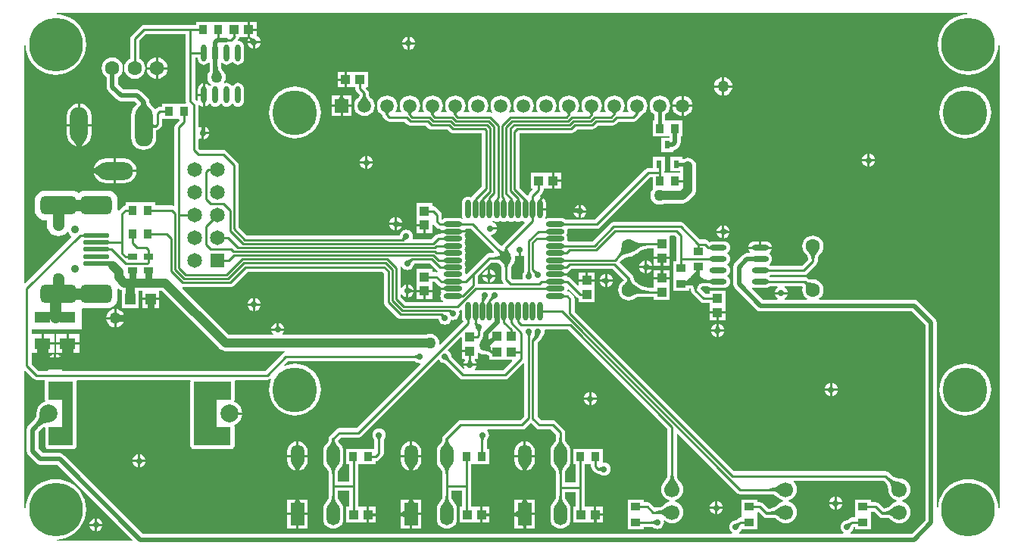
<source format=gtl>
%FSLAX44Y44*%
%MOMM*%
G71*
G01*
G75*
G04 Layer_Physical_Order=1*
G04 Layer_Color=255*
%ADD10C,0.2540*%
%ADD11C,0.5080*%
%ADD12C,0.5842*%
%ADD13C,1.2700*%
%ADD14R,0.9000X1.0000*%
%ADD15R,1.0160X0.7620*%
%ADD16R,1.8000X1.3000*%
%ADD17R,1.1430X1.2700*%
%ADD18R,1.0000X1.0000*%
%ADD19R,1.0000X1.0000*%
%ADD20R,1.0000X0.9000*%
G04:AMPARAMS|DCode=21|XSize=2.8mm|YSize=0.5mm|CornerRadius=0.125mm|HoleSize=0mm|Usage=FLASHONLY|Rotation=180.000|XOffset=0mm|YOffset=0mm|HoleType=Round|Shape=RoundedRectangle|*
%AMROUNDEDRECTD21*
21,1,2.8000,0.2500,0,0,180.0*
21,1,2.5500,0.5000,0,0,180.0*
1,1,0.2500,-1.2750,0.1250*
1,1,0.2500,1.2750,0.1250*
1,1,0.2500,1.2750,-0.1250*
1,1,0.2500,-1.2750,-0.1250*
%
%ADD21ROUNDEDRECTD21*%
G04:AMPARAMS|DCode=22|XSize=3.5mm|YSize=2.05mm|CornerRadius=0.5125mm|HoleSize=0mm|Usage=FLASHONLY|Rotation=180.000|XOffset=0mm|YOffset=0mm|HoleType=Round|Shape=RoundedRectangle|*
%AMROUNDEDRECTD22*
21,1,3.5000,1.0250,0,0,180.0*
21,1,2.4750,2.0500,0,0,180.0*
1,1,1.0250,-1.2375,0.5125*
1,1,1.0250,1.2375,0.5125*
1,1,1.0250,1.2375,-0.5125*
1,1,1.0250,-1.2375,-0.5125*
%
%ADD22ROUNDEDRECTD22*%
G04:AMPARAMS|DCode=23|XSize=4mm|YSize=2.05mm|CornerRadius=0.5125mm|HoleSize=0mm|Usage=FLASHONLY|Rotation=180.000|XOffset=0mm|YOffset=0mm|HoleType=Round|Shape=RoundedRectangle|*
%AMROUNDEDRECTD23*
21,1,4.0000,1.0250,0,0,180.0*
21,1,2.9750,2.0500,0,0,180.0*
1,1,1.0250,-1.4875,0.5125*
1,1,1.0250,1.4875,0.5125*
1,1,1.0250,1.4875,-0.5125*
1,1,1.0250,-1.4875,-0.5125*
%
%ADD23ROUNDEDRECTD23*%
G04:AMPARAMS|DCode=24|XSize=3.5mm|YSize=2.05mm|CornerRadius=0.5125mm|HoleSize=0mm|Usage=FLASHONLY|Rotation=180.000|XOffset=0mm|YOffset=0mm|HoleType=Round|Shape=RoundedRectangle|*
%AMROUNDEDRECTD24*
21,1,3.5000,1.0250,0,0,180.0*
21,1,2.4750,2.0500,0,0,180.0*
1,1,1.0250,-1.2375,0.5125*
1,1,1.0250,1.2375,0.5125*
1,1,1.0250,1.2375,-0.5125*
1,1,1.0250,-1.2375,-0.5125*
%
%ADD24ROUNDEDRECTD24*%
%ADD25O,0.6000X1.9000*%
%ADD26O,1.9000X0.6000*%
%ADD27O,0.6000X2.0500*%
%ADD28O,2.0500X0.6000*%
%ADD29R,0.6000X0.8500*%
%ADD30C,1.0160*%
%ADD31C,0.7620*%
%ADD32C,0.3810*%
%ADD33R,2.5250X7.2000*%
%ADD34R,4.1500X2.0750*%
%ADD35R,2.7250X2.0750*%
%ADD36R,1.2250X7.2000*%
%ADD37C,1.6500*%
%ADD38R,1.6500X1.6500*%
%ADD39C,1.6000*%
%ADD40O,1.5000X2.5000*%
%ADD41R,1.5000X2.5000*%
%ADD42O,4.0000X2.0000*%
%ADD43O,2.0000X4.5000*%
%ADD44O,2.0000X4.0000*%
%ADD45C,2.0000*%
%ADD46C,1.7000*%
%ADD47C,0.9000*%
%ADD48C,6.0000*%
%ADD49C,1.5000*%
%ADD50R,1.5000X1.5000*%
%ADD51C,5.0000*%
%ADD52C,0.7000*%
%ADD53C,1.2700*%
G36*
X465834Y307108D02*
X467076Y306278D01*
X466590Y305104D01*
X465710Y305280D01*
X460930D01*
Y308910D01*
X443310D01*
Y291290D01*
Y285370D01*
X460930D01*
Y291290D01*
Y294921D01*
X463565D01*
X467378Y291108D01*
X469058Y289985D01*
X469621Y289873D01*
X470220Y288753D01*
X470135Y288548D01*
X470068Y288040D01*
X475712D01*
X476770Y287901D01*
X484020D01*
Y285639D01*
X476770D01*
X475712Y285500D01*
X470068D01*
X470135Y284992D01*
X470821Y283336D01*
X471255Y282770D01*
X470821Y282204D01*
X470135Y280548D01*
X469901Y278770D01*
X470135Y276992D01*
X470821Y275336D01*
X471913Y273913D01*
X472996Y273082D01*
X472588Y271880D01*
X431405D01*
X425550Y277735D01*
Y280297D01*
X426752Y280706D01*
X427856Y279266D01*
X429384Y278095D01*
X431162Y277358D01*
X431800Y277274D01*
Y284480D01*
Y291686D01*
X431162Y291602D01*
X429384Y290865D01*
X427856Y289694D01*
X426752Y288254D01*
X425550Y288663D01*
Y309880D01*
X425231Y311480D01*
X426447Y311848D01*
X426685Y311273D01*
X427856Y309746D01*
X429384Y308575D01*
X431162Y307838D01*
X433070Y307587D01*
X434978Y307838D01*
X436757Y308575D01*
X438284Y309746D01*
X439455Y311273D01*
X440192Y313052D01*
X440372Y314418D01*
X440409Y314606D01*
X458335D01*
X465834Y307108D01*
D02*
G37*
G36*
X533138Y315921D02*
X534855Y315210D01*
X536248Y314141D01*
X536305Y314055D01*
X536391Y313998D01*
X537460Y312605D01*
X538171Y310888D01*
X538381Y309300D01*
Y297180D01*
X538775Y295198D01*
X539897Y293517D01*
X540292Y293123D01*
X539806Y291950D01*
X511909D01*
Y301385D01*
X526655Y316131D01*
X531549D01*
X533138Y315921D01*
D02*
G37*
G36*
X874835Y288204D02*
X874702Y287534D01*
X874816Y287514D01*
X874798Y287377D01*
X874651Y286638D01*
X874681Y286488D01*
X874548Y285480D01*
X874954Y282397D01*
X876144Y279524D01*
X878037Y277057D01*
X879875Y275647D01*
X879466Y274444D01*
X855115D01*
X854707Y275647D01*
X856114Y276726D01*
X857285Y278253D01*
X858022Y280032D01*
X858106Y280670D01*
X843694D01*
X843778Y280032D01*
X844515Y278253D01*
X845686Y276726D01*
X847093Y275647D01*
X846685Y274444D01*
X830722D01*
X818069Y287098D01*
X818774Y288154D01*
X819132Y288005D01*
X820910Y287771D01*
X833910D01*
X835688Y288005D01*
X837344Y288692D01*
X838347Y289461D01*
X846717D01*
X847126Y288258D01*
X845686Y287154D01*
X844515Y285627D01*
X843778Y283848D01*
X843694Y283210D01*
X858106D01*
X858022Y283848D01*
X857285Y285627D01*
X856114Y287154D01*
X854674Y288258D01*
X855083Y289461D01*
X874585D01*
X874835Y288204D01*
D02*
G37*
G36*
X185320Y551180D02*
Y496570D01*
X185646Y494932D01*
X184841Y493950D01*
X175968D01*
X175968Y493950D01*
Y493950D01*
X175450Y493950D01*
X175260D01*
X175070D01*
X174552Y493950D01*
X174552Y493950D01*
Y493950D01*
X158450D01*
Y490320D01*
X156210D01*
X154228Y489925D01*
X152548Y488802D01*
X151582Y487837D01*
X150337Y488085D01*
X150333Y488095D01*
X148119Y490979D01*
X147233Y491659D01*
X147127Y491819D01*
X146340Y492345D01*
X146198Y492454D01*
X146263Y492546D01*
X145739Y492896D01*
X144953Y494072D01*
X144744Y495122D01*
Y495460D01*
X144252Y497938D01*
X142848Y500038D01*
X135388Y507498D01*
X133288Y508902D01*
X130810Y509394D01*
X115712D01*
X109744Y515362D01*
Y523482D01*
X111693Y524977D01*
X113586Y527444D01*
X114776Y530317D01*
X115135Y533044D01*
X116405D01*
X116764Y530317D01*
X117954Y527444D01*
X119847Y524977D01*
X122314Y523084D01*
X125187Y521894D01*
X128270Y521488D01*
X131353Y521894D01*
X134226Y523084D01*
X136693Y524977D01*
X138586Y527444D01*
X139776Y530317D01*
X140135Y533044D01*
X140244D01*
Y533756D01*
X140135D01*
X139776Y536483D01*
X138586Y539356D01*
X136693Y541823D01*
X134226Y543716D01*
X133449Y544038D01*
Y564275D01*
X140575Y571400D01*
X185320D01*
Y551180D01*
D02*
G37*
G36*
X545586Y362571D02*
X547242Y361885D01*
X549020Y361651D01*
X550798Y361885D01*
X552454Y362571D01*
X553020Y363005D01*
X553586Y362571D01*
X555242Y361885D01*
X557020Y361651D01*
X558798Y361885D01*
X560454Y362571D01*
X561020Y363005D01*
X561586Y362571D01*
X563242Y361885D01*
X563708Y361824D01*
X564116Y360621D01*
X539897Y336403D01*
X538809Y334774D01*
X538612Y334754D01*
X537150Y335045D01*
X526316Y345879D01*
X526725Y347081D01*
X527688Y347208D01*
X529467Y347945D01*
X530994Y349116D01*
X532165Y350644D01*
X532902Y352422D01*
X532986Y353060D01*
X525780D01*
Y355600D01*
X532986D01*
X532902Y356238D01*
X532165Y358017D01*
X530994Y359544D01*
X529467Y360715D01*
X528253Y361218D01*
Y362158D01*
X529392Y362720D01*
X529586Y362571D01*
X531242Y361885D01*
X533020Y361651D01*
X534798Y361885D01*
X536454Y362571D01*
X537020Y363005D01*
X537586Y362571D01*
X539242Y361885D01*
X541020Y361651D01*
X542798Y361885D01*
X544454Y362571D01*
X545020Y363005D01*
X545586Y362571D01*
D02*
G37*
G36*
X560070Y322994D02*
X560708Y323078D01*
X562486Y323815D01*
X562641Y323934D01*
X563781Y323372D01*
Y306387D01*
X563768Y306374D01*
X563768D01*
X563730Y306283D01*
X563712Y306238D01*
X563712D01*
X563714Y306219D01*
X563414Y305770D01*
X562575Y304676D01*
X561838Y302898D01*
X561587Y300990D01*
X561838Y299082D01*
X562147Y298335D01*
X561442Y297279D01*
X550785D01*
X548740Y299325D01*
Y309300D01*
X548949Y310888D01*
X549660Y312605D01*
X550741Y314013D01*
X550806Y314064D01*
X550815Y314055D01*
X550914Y314204D01*
X552435Y316186D01*
X553459Y318658D01*
X553808Y321310D01*
X553511Y323566D01*
X554611Y324201D01*
X555113Y323815D01*
X556892Y323078D01*
X557530Y322994D01*
Y330200D01*
X560070D01*
Y322994D01*
D02*
G37*
G36*
X494110Y232396D02*
Y223980D01*
Y218060D01*
X502920D01*
Y215520D01*
X494110D01*
Y207980D01*
X496913D01*
X497474Y206841D01*
X496535Y205616D01*
X495798Y203838D01*
X495714Y203200D01*
X510126D01*
X510042Y203838D01*
X509305Y205616D01*
X508366Y206841D01*
X508927Y207980D01*
X511730D01*
Y215186D01*
X512869Y215748D01*
X514306Y214645D01*
X516778Y213622D01*
X519430Y213272D01*
X519756Y213315D01*
X519915Y213284D01*
X520322Y213365D01*
X520411Y213299D01*
Y213299D01*
X520764Y213369D01*
X522201Y213083D01*
X523228Y212397D01*
X523274Y212351D01*
X523372Y212223D01*
X523387Y212238D01*
X523387Y212237D01*
X524210Y211688D01*
Y207090D01*
X549896D01*
X550382Y205917D01*
X540145Y195679D01*
X508774D01*
X508212Y196819D01*
X509305Y198244D01*
X510042Y200022D01*
X510126Y200660D01*
X495714D01*
X495798Y200022D01*
X496458Y198428D01*
X495402Y197723D01*
X482458Y210685D01*
X482406Y210812D01*
X482402Y210820D01*
X482402D01*
X482402Y210820D01*
X482402Y210820D01*
X482389D01*
X482282Y211362D01*
X482102Y212728D01*
X481365Y214506D01*
X480194Y216034D01*
X478667Y217205D01*
X478433Y218378D01*
X492937Y232882D01*
X494110Y232396D01*
D02*
G37*
G36*
X966975Y70910D02*
X966975Y70910D01*
X966968Y70903D01*
X967044Y70841D01*
X967395Y70490D01*
X968994Y68407D01*
X970228Y65427D01*
X970606Y62552D01*
X970564Y62230D01*
X970987Y59016D01*
X972227Y56022D01*
X974200Y53450D01*
X976772Y51477D01*
X979766Y50237D01*
X980312Y50165D01*
Y48895D01*
X979766Y48823D01*
X976772Y47583D01*
X974200Y45610D01*
X974024Y45380D01*
X973937Y45321D01*
X973800Y45117D01*
X973753Y45111D01*
X973753D01*
X973316Y44541D01*
X970567Y42432D01*
X967366Y41106D01*
X965902Y40913D01*
X960362Y46452D01*
X958682Y47575D01*
X956700Y47969D01*
X951150D01*
Y51100D01*
X933530D01*
Y34998D01*
X933530Y34998D01*
X933530D01*
X933530Y34480D01*
Y34290D01*
Y34100D01*
X933530Y33582D01*
X933530Y33582D01*
X933530D01*
Y30970D01*
X930030D01*
X930030Y30970D01*
X928048Y30575D01*
X926367Y29453D01*
X926367Y29452D01*
X924705Y27789D01*
X924696Y27797D01*
X924695Y27799D01*
D01*
X924695D01*
X924695D01*
X924591Y27755D01*
X924560Y27743D01*
X924560D01*
X924555Y27728D01*
X924018Y27622D01*
X922652Y27442D01*
X920873Y26705D01*
X919346Y25534D01*
X918175Y24007D01*
X917438Y22228D01*
X917187Y20320D01*
X917438Y18412D01*
X918175Y16633D01*
X919346Y15106D01*
X920753Y14027D01*
X920345Y12824D01*
X804315D01*
X803907Y14027D01*
X805314Y15106D01*
X806485Y16633D01*
X806836Y17480D01*
X824150D01*
Y33582D01*
X824150Y33582D01*
X824150D01*
X824150Y34100D01*
Y34290D01*
Y34480D01*
X824150Y34998D01*
X824150Y34998D01*
X824150D01*
Y36816D01*
X825323Y37302D01*
X830727Y31897D01*
X832408Y30775D01*
X834390Y30380D01*
X841591D01*
Y30380D01*
X841600Y30380D01*
X841901D01*
X843657Y30149D01*
X845581Y29352D01*
X847090Y28195D01*
X847200Y28050D01*
X849772Y26077D01*
X852766Y24837D01*
X855980Y24414D01*
X859194Y24837D01*
X862188Y26077D01*
X864760Y28050D01*
X866733Y30622D01*
X867973Y33616D01*
X868396Y36830D01*
X867973Y40044D01*
X866733Y43038D01*
X864760Y45610D01*
X862188Y47583D01*
X859194Y48823D01*
X858648Y48895D01*
Y50165D01*
X859194Y50237D01*
X862188Y51477D01*
X864760Y53450D01*
X866733Y56022D01*
X867973Y59016D01*
X868396Y62230D01*
X867973Y65444D01*
X866733Y68438D01*
X864760Y71010D01*
X864658Y71088D01*
X865066Y72291D01*
X965595D01*
X966975Y70910D01*
D02*
G37*
G36*
X14753Y186203D02*
X16433Y185080D01*
X18415Y184685D01*
X27287D01*
X28093Y183704D01*
X28035Y183414D01*
Y162665D01*
X28331Y161178D01*
X26329Y159840D01*
X25225Y159383D01*
X22341Y157169D01*
X20127Y154285D01*
X18735Y150925D01*
X18271Y147398D01*
X18256Y147320D01*
X18261D01*
X18307Y146972D01*
X17956Y144309D01*
X16794Y141504D01*
X15397Y139684D01*
X9392Y133678D01*
X7988Y131578D01*
X7496Y129100D01*
Y105410D01*
X7988Y102932D01*
X9392Y100832D01*
X18282Y91942D01*
X20382Y90538D01*
X22860Y90046D01*
X41768D01*
X125720Y6094D01*
X125234Y4920D01*
X41373D01*
X41323Y6190D01*
X45305Y6503D01*
X50480Y7745D01*
X55397Y9782D01*
X59934Y12563D01*
X63981Y16019D01*
X67437Y20066D01*
X70218Y24603D01*
X72255Y29520D01*
X73497Y34695D01*
X73914Y40000D01*
X73497Y45305D01*
X72255Y50480D01*
X70218Y55397D01*
X67437Y59934D01*
X63981Y63981D01*
X59934Y67437D01*
X55397Y70218D01*
X50480Y72255D01*
X45305Y73497D01*
X40000Y73914D01*
X34695Y73497D01*
X29520Y72255D01*
X24603Y70218D01*
X20066Y67437D01*
X16019Y63981D01*
X12563Y59934D01*
X9782Y55397D01*
X7745Y50480D01*
X6503Y45305D01*
X6190Y41323D01*
X4920Y41373D01*
Y194375D01*
X6094Y194861D01*
X14753Y186203D01*
D02*
G37*
G36*
X110500Y287030D02*
X112357Y285605D01*
X113665Y285063D01*
Y265430D01*
X132715D01*
Y284403D01*
X136525D01*
Y276860D01*
X155575D01*
Y284403D01*
X158846D01*
X223530Y219720D01*
X225387Y218295D01*
X227549Y217399D01*
X229870Y217093D01*
X296200D01*
X296325Y215829D01*
X295198Y215605D01*
X293517Y214482D01*
X274080Y195044D01*
X47354D01*
X46792Y196184D01*
X48245Y198076D01*
X49268Y200548D01*
X49450Y201930D01*
X29290D01*
X29471Y200548D01*
X30495Y198076D01*
X31948Y196184D01*
X31386Y195044D01*
X20560D01*
X12800Y202805D01*
Y215220D01*
X24130D01*
Y225530D01*
Y235840D01*
X12800D01*
Y241680D01*
X68690D01*
Y264542D01*
X69746Y265248D01*
X69970Y265155D01*
X72965Y264761D01*
X97715D01*
X100711Y265155D01*
X103502Y266311D01*
X105899Y268151D01*
X107739Y270548D01*
X108895Y273339D01*
X109289Y276335D01*
Y286581D01*
X110463Y287067D01*
X110500Y287030D01*
D02*
G37*
G36*
X723801Y130178D02*
Y79685D01*
X723791D01*
X723801Y79588D01*
Y79091D01*
X723458Y76487D01*
X722224Y73508D01*
X720459Y71208D01*
X720200Y71010D01*
X718227Y68438D01*
X716987Y65444D01*
X716564Y62230D01*
X716987Y59016D01*
X718227Y56022D01*
X720200Y53450D01*
X722772Y51477D01*
X725766Y50237D01*
X726312Y50165D01*
Y48895D01*
X725766Y48823D01*
X722772Y47583D01*
X720200Y45610D01*
X720002Y45352D01*
X717702Y43586D01*
X714723Y42352D01*
X712119Y42010D01*
X711622D01*
X711525Y42019D01*
Y42010D01*
X709535D01*
X705092Y46452D01*
X703412Y47575D01*
X701430Y47969D01*
X697150D01*
Y51100D01*
X679530D01*
Y34480D01*
X679530D01*
X679530Y34100D01*
X679530D01*
Y17480D01*
X697150D01*
Y20610D01*
X706378D01*
X707189Y20275D01*
X707256Y20186D01*
X707231Y20161D01*
X707690Y19854D01*
X708783Y19015D01*
X710562Y18278D01*
X712470Y18027D01*
X714378Y18278D01*
X716156Y19015D01*
X717684Y20186D01*
X718855Y21714D01*
X719592Y23492D01*
X719843Y25400D01*
X719631Y27008D01*
X720731Y27643D01*
X722772Y26077D01*
X725766Y24837D01*
X728980Y24414D01*
X732194Y24837D01*
X735188Y26077D01*
X737760Y28050D01*
X739733Y30622D01*
X740973Y33616D01*
X741396Y36830D01*
X740973Y40044D01*
X739733Y43038D01*
X737760Y45610D01*
X735188Y47583D01*
X732194Y48823D01*
X731648Y48895D01*
Y50165D01*
X732194Y50237D01*
X735188Y51477D01*
X737760Y53450D01*
X739733Y56022D01*
X740973Y59016D01*
X741396Y62230D01*
X740973Y65444D01*
X739733Y68438D01*
X737760Y71010D01*
X737502Y71208D01*
X735736Y73508D01*
X734502Y76487D01*
X734159Y79091D01*
Y79588D01*
X734169Y79685D01*
X734159D01*
Y124266D01*
X735333Y124752D01*
X801517Y58568D01*
X801517Y58568D01*
X802525Y57895D01*
X803198Y57445D01*
X805180Y57050D01*
X838525D01*
Y57041D01*
X838622Y57050D01*
X839119D01*
X841723Y56708D01*
X844702Y55474D01*
X847002Y53709D01*
X847200Y53450D01*
X849772Y51477D01*
X852766Y50237D01*
X853312Y50165D01*
Y48895D01*
X852766Y48823D01*
X849772Y47583D01*
X847200Y45610D01*
X847042Y45403D01*
X844717Y43495D01*
X841836Y41955D01*
X838710Y41007D01*
X836487Y40788D01*
X830823Y46452D01*
X829142Y47575D01*
X827160Y47969D01*
X824150D01*
Y51100D01*
X806530D01*
Y34998D01*
X806530Y34998D01*
X806530D01*
X806530Y34480D01*
Y34290D01*
Y34100D01*
X806530Y33582D01*
X806530Y33582D01*
X806530D01*
Y31868D01*
X805632Y30970D01*
X805570D01*
X805570Y30970D01*
Y30970D01*
X803588Y30575D01*
X801908Y29453D01*
X801908Y29452D01*
X800245Y27789D01*
X800236Y27797D01*
X800235Y27799D01*
D01*
X800235D01*
X800235D01*
X800131Y27755D01*
X800100Y27743D01*
X800100D01*
X800095Y27728D01*
X799558Y27622D01*
X798192Y27442D01*
X796413Y26705D01*
X794886Y25534D01*
X793715Y24007D01*
X792978Y22228D01*
X792727Y20320D01*
X792978Y18412D01*
X793715Y16633D01*
X794886Y15106D01*
X796293Y14027D01*
X795885Y12824D01*
X137302D01*
X49028Y101098D01*
X46928Y102502D01*
X44450Y102994D01*
X25542D01*
X20444Y108092D01*
Y126418D01*
X24554Y130527D01*
X26374Y131924D01*
X27020Y132192D01*
X28076Y131486D01*
Y111225D01*
X28372Y109739D01*
X29214Y108479D01*
X30474Y107636D01*
X31960Y107341D01*
X59211D01*
X60697Y107636D01*
X61957Y108479D01*
X62799Y109739D01*
X63095Y111225D01*
Y131975D01*
X63052Y132195D01*
Y162649D01*
X63055Y162665D01*
Y183414D01*
X62997Y183704D01*
X63803Y184685D01*
X189826D01*
X190632Y183704D01*
X190555Y183320D01*
Y132528D01*
X190460Y132052D01*
Y111302D01*
X190756Y109815D01*
X191598Y108555D01*
X192859Y107713D01*
X194345Y107417D01*
X235845D01*
X237332Y107713D01*
X238592Y108555D01*
X239434Y109815D01*
X239730Y111302D01*
Y132052D01*
X239434Y133538D01*
X239747Y134570D01*
X241405Y135257D01*
X244289Y137471D01*
X246503Y140355D01*
X247895Y143715D01*
X248202Y146050D01*
X234440D01*
Y148590D01*
X248202D01*
X247895Y150925D01*
X246503Y154285D01*
X244289Y157169D01*
X241405Y159383D01*
X239964Y159980D01*
X239623Y161102D01*
X239919Y162588D01*
Y183338D01*
X239846Y183704D01*
X240652Y184685D01*
X276225D01*
X278207Y185080D01*
X279888Y186203D01*
X280826Y185264D01*
X279855Y182920D01*
X278797Y178511D01*
X278441Y173990D01*
X278797Y169469D01*
X279855Y165060D01*
X281591Y160870D01*
X283960Y157003D01*
X286905Y153555D01*
X290354Y150610D01*
X294220Y148241D01*
X298410Y146505D01*
X302819Y145447D01*
X307340Y145091D01*
X311861Y145447D01*
X316270Y146505D01*
X320460Y148241D01*
X324327Y150610D01*
X327775Y153555D01*
X330720Y157003D01*
X333089Y160870D01*
X334825Y165060D01*
X335883Y169469D01*
X336239Y173990D01*
X335883Y178511D01*
X334825Y182920D01*
X333089Y187110D01*
X330720Y190977D01*
X327775Y194425D01*
X324327Y197370D01*
X320460Y199739D01*
X316270Y201475D01*
X311861Y202533D01*
X307340Y202889D01*
X302819Y202533D01*
X298410Y201475D01*
X295869Y200422D01*
X295163Y201478D01*
X299325Y205641D01*
X441643D01*
X441656Y205628D01*
Y205627D01*
X441724Y205599D01*
X441791Y205571D01*
D01*
X441888Y205522D01*
X442260Y205274D01*
X443354Y204435D01*
X445132Y203698D01*
X447040Y203447D01*
X447168Y203464D01*
X447730Y202325D01*
X376315Y130910D01*
X356870D01*
X354888Y130515D01*
X353208Y129392D01*
X346538Y122723D01*
X345415Y121042D01*
X345020Y119060D01*
Y118745D01*
X344788Y116978D01*
X343984Y115038D01*
X342706Y113372D01*
X342457Y113181D01*
Y113181D01*
X342452Y113143D01*
X342307Y113046D01*
X342257Y112971D01*
X342134Y112876D01*
X340321Y110514D01*
X339181Y107762D01*
X338792Y104810D01*
Y94810D01*
X339181Y91858D01*
X340321Y89106D01*
X342116Y86767D01*
X342132Y86742D01*
X342134Y86744D01*
X342302Y86614D01*
X343749Y84729D01*
X344740Y82337D01*
X345020Y80205D01*
Y66040D01*
Y54415D01*
X344740Y52284D01*
X343749Y49891D01*
X342302Y48006D01*
X342134Y47876D01*
X342132Y47878D01*
X342116Y47853D01*
X340321Y45514D01*
X339181Y42762D01*
X338792Y39810D01*
Y29810D01*
X339181Y26858D01*
X340321Y24106D01*
X342134Y21744D01*
X344496Y19931D01*
X347248Y18791D01*
X350200Y18402D01*
X353153Y18791D01*
X355904Y19931D01*
X358266Y21744D01*
X360079Y24106D01*
X361219Y26858D01*
X361608Y29810D01*
Y39810D01*
X361219Y42762D01*
X360079Y45514D01*
X358284Y47853D01*
X358268Y47878D01*
X358266Y47876D01*
X358098Y48006D01*
X356651Y49891D01*
X355660Y52284D01*
X355379Y54415D01*
Y60861D01*
X367821D01*
Y43100D01*
X364190D01*
Y25480D01*
X387730D01*
Y34290D01*
Y43100D01*
X378180D01*
Y66040D01*
Y90250D01*
X380292D01*
X380292Y90250D01*
Y90250D01*
X380810Y90250D01*
X381000D01*
X381190D01*
X381708Y90250D01*
X381708Y90250D01*
Y90250D01*
X397810D01*
Y93940D01*
X399492Y94275D01*
X401172Y95398D01*
X404982Y99207D01*
X406105Y100888D01*
X406499Y102870D01*
Y117793D01*
X406512Y117806D01*
X406512D01*
X406557Y117913D01*
X406568Y117942D01*
X406568Y117942D01*
X406568Y117942D01*
X406568Y117942D01*
X406559Y117951D01*
X406866Y118410D01*
X407705Y119503D01*
X408442Y121282D01*
X408693Y123190D01*
X408442Y125098D01*
X407705Y126876D01*
X406534Y128404D01*
X405006Y129575D01*
X403228Y130312D01*
X401320Y130563D01*
X399412Y130312D01*
X397634Y129575D01*
X396106Y128404D01*
X394935Y126876D01*
X394198Y125098D01*
X393947Y123190D01*
X394198Y121282D01*
X394935Y119503D01*
X395774Y118410D01*
X396081Y117951D01*
X396072Y117942D01*
X396102Y117868D01*
X396128Y117806D01*
Y117806D01*
X396141Y117788D01*
Y107870D01*
X381708D01*
X381708Y107870D01*
Y107870D01*
X381190Y107870D01*
X381000D01*
X380810D01*
X380292Y107870D01*
X380292Y107870D01*
Y107870D01*
X364190D01*
Y90250D01*
X367821D01*
Y71220D01*
X355379D01*
Y80205D01*
X355660Y82337D01*
X356651Y84729D01*
X358098Y86614D01*
X358266Y86744D01*
X358268Y86742D01*
X358284Y86767D01*
X360079Y89106D01*
X361219Y91858D01*
X361608Y94810D01*
Y104810D01*
X361219Y107762D01*
X360079Y110514D01*
X358266Y112876D01*
X358143Y112971D01*
X358093Y113046D01*
X357948Y113143D01*
X357943Y113181D01*
Y113181D01*
X357694Y113372D01*
X356416Y115038D01*
X355612Y116978D01*
X355592Y117128D01*
X359015Y120550D01*
X378460D01*
X380442Y120945D01*
X382122Y122067D01*
X467422Y207367D01*
X468595Y207133D01*
X469766Y205606D01*
X471293Y204435D01*
X473072Y203698D01*
X474438Y203518D01*
X474980Y203410D01*
X474980Y203398D01*
X475048Y203370D01*
X475115Y203342D01*
D01*
X475115Y203342D01*
X491637Y186838D01*
X491637Y186838D01*
X493318Y185715D01*
X495300Y185320D01*
X542290D01*
X544272Y185715D01*
X545952Y186838D01*
X562607Y203492D01*
X563781Y203006D01*
Y144385D01*
X559195Y139799D01*
X492760D01*
X490778Y139405D01*
X489098Y138282D01*
X473537Y122723D01*
X472415Y121042D01*
X472020Y119060D01*
Y118745D01*
X471788Y116978D01*
X470984Y115038D01*
X469706Y113372D01*
X469457Y113181D01*
Y113181D01*
X469452Y113143D01*
X469307Y113046D01*
X469257Y112971D01*
X469134Y112876D01*
X467321Y110514D01*
X466181Y107762D01*
X465792Y104810D01*
Y94810D01*
X466181Y91858D01*
X467321Y89106D01*
X469116Y86767D01*
X469132Y86742D01*
X469134Y86744D01*
X469302Y86614D01*
X470749Y84729D01*
X471740Y82337D01*
X472020Y80205D01*
Y66040D01*
Y54415D01*
X471740Y52284D01*
X470749Y49891D01*
X469302Y48006D01*
X469134Y47876D01*
X469132Y47878D01*
X469116Y47853D01*
X467321Y45514D01*
X466181Y42762D01*
X465792Y39810D01*
Y29810D01*
X466181Y26858D01*
X467321Y24106D01*
X469134Y21744D01*
X471496Y19931D01*
X474248Y18791D01*
X477200Y18402D01*
X480153Y18791D01*
X482904Y19931D01*
X485266Y21744D01*
X487079Y24106D01*
X488219Y26858D01*
X488608Y29810D01*
Y39810D01*
X488219Y42762D01*
X487079Y45514D01*
X485284Y47853D01*
X485268Y47878D01*
X485266Y47876D01*
X485098Y48006D01*
X483651Y49891D01*
X482660Y52284D01*
X482379Y54415D01*
Y60861D01*
X494320D01*
Y43100D01*
X491190D01*
Y25480D01*
X514730D01*
Y34290D01*
Y43100D01*
X504679D01*
Y66040D01*
Y90250D01*
X507810D01*
Y90250D01*
X508190Y90250D01*
Y90250D01*
X524810D01*
Y107870D01*
X521679D01*
Y117098D01*
X522015Y117908D01*
X522104Y117976D01*
X522129Y117951D01*
X522436Y118410D01*
X523275Y119503D01*
X524012Y121282D01*
X524263Y123190D01*
X524012Y125098D01*
X523275Y126876D01*
X522182Y128301D01*
X522744Y129440D01*
X561340D01*
X563322Y129835D01*
X565003Y130957D01*
X570865Y136820D01*
X576727Y130957D01*
X578408Y129835D01*
X580390Y129440D01*
X593485D01*
X599021Y123905D01*
Y119415D01*
X598740Y117283D01*
X597749Y114891D01*
X596302Y113006D01*
X596134Y112876D01*
X596132Y112878D01*
X596116Y112853D01*
X594321Y110514D01*
X593181Y107762D01*
X592792Y104810D01*
Y94810D01*
X593181Y91858D01*
X594321Y89106D01*
X596116Y86767D01*
X596132Y86742D01*
X596134Y86744D01*
X596302Y86614D01*
X597749Y84729D01*
X598740Y82337D01*
X599021Y80205D01*
Y64770D01*
Y54415D01*
X598740Y52284D01*
X597749Y49891D01*
X596302Y48006D01*
X596134Y47876D01*
X596132Y47878D01*
X596116Y47853D01*
X594321Y45514D01*
X593181Y42762D01*
X592792Y39810D01*
Y29810D01*
X593181Y26858D01*
X594321Y24106D01*
X596134Y21744D01*
X598496Y19931D01*
X601247Y18791D01*
X604200Y18402D01*
X607152Y18791D01*
X609904Y19931D01*
X612266Y21744D01*
X614079Y24106D01*
X615219Y26858D01*
X615608Y29810D01*
Y39810D01*
X615219Y42762D01*
X614079Y45514D01*
X612284Y47853D01*
X612268Y47878D01*
X612266Y47876D01*
X612098Y48006D01*
X610651Y49891D01*
X609660Y52284D01*
X609380Y54415D01*
Y59591D01*
X621320D01*
Y43100D01*
X618190D01*
Y25480D01*
X641730D01*
Y34290D01*
Y43100D01*
X631679D01*
Y64770D01*
Y90250D01*
X634292D01*
X634292Y90250D01*
Y90250D01*
X634810Y90250D01*
X635000D01*
X635190D01*
X635708Y90250D01*
X635708Y90250D01*
Y90250D01*
X638321D01*
Y88020D01*
X638715Y86038D01*
X639837Y84358D01*
X642767Y81427D01*
X644448Y80305D01*
X646430Y79910D01*
X646430Y79910D01*
X647383D01*
X647396Y79898D01*
Y79897D01*
X647464Y79869D01*
X647532Y79841D01*
D01*
X647628Y79792D01*
X648000Y79544D01*
X649093Y78705D01*
X650872Y77968D01*
X652780Y77717D01*
X654688Y77968D01*
X656467Y78705D01*
X657994Y79876D01*
X659165Y81404D01*
X659902Y83182D01*
X660153Y85090D01*
X659902Y86998D01*
X659165Y88777D01*
X657994Y90304D01*
X656467Y91475D01*
X654688Y92212D01*
X652780Y92463D01*
X652765Y92461D01*
X651810Y93298D01*
Y107870D01*
X635708D01*
X635708Y107870D01*
Y107870D01*
X635190Y107870D01*
X635000D01*
X634810D01*
X634292Y107870D01*
X634292Y107870D01*
Y107870D01*
X618190D01*
Y90250D01*
X621320D01*
Y69949D01*
X609380D01*
Y80205D01*
X609660Y82337D01*
X610651Y84729D01*
X612098Y86614D01*
X612266Y86744D01*
X612268Y86742D01*
X612284Y86767D01*
X614079Y89106D01*
X615219Y91858D01*
X615608Y94810D01*
Y104810D01*
X615219Y107762D01*
X614079Y110514D01*
X612284Y112853D01*
X612268Y112878D01*
X612266Y112876D01*
X612098Y113006D01*
X610651Y114891D01*
X609660Y117283D01*
X609380Y119415D01*
Y126050D01*
X608985Y128032D01*
X607863Y129712D01*
X599292Y138282D01*
X597612Y139405D01*
X595630Y139799D01*
X582535D01*
X578457Y143877D01*
Y226455D01*
X580720Y228717D01*
X580720Y228717D01*
X580731Y228706D01*
X580803Y228800D01*
X582783Y230779D01*
X583905Y232460D01*
X584127Y233575D01*
X584155Y233594D01*
X584250Y233737D01*
X584334Y233800D01*
X585505Y235327D01*
X586242Y237106D01*
X586493Y239014D01*
X586331Y240246D01*
X587168Y241201D01*
X612778D01*
X723801Y130178D01*
D02*
G37*
G36*
X406554Y304157D02*
Y272013D01*
X406949Y270031D01*
X408072Y268350D01*
X422020Y254401D01*
X423701Y253279D01*
X425683Y252885D01*
X467754D01*
X467858Y252092D01*
X468595Y250313D01*
X469766Y248786D01*
X471293Y247615D01*
X473072Y246878D01*
X474980Y246627D01*
X476888Y246878D01*
X478666Y247615D01*
X480194Y248786D01*
X481365Y250313D01*
X482042Y251948D01*
X483870Y251707D01*
X485778Y251958D01*
X487556Y252695D01*
X489084Y253866D01*
X490255Y255394D01*
X490992Y257172D01*
X491243Y259080D01*
X490992Y260988D01*
X490750Y261573D01*
X490932Y261915D01*
X492612Y263037D01*
X492978Y263403D01*
X494151Y262917D01*
Y254520D01*
X494385Y252742D01*
X495071Y251086D01*
X495688Y250283D01*
X469698Y224293D01*
X468559Y224855D01*
X468718Y226060D01*
X468368Y228712D01*
X467345Y231184D01*
X465716Y233306D01*
X463594Y234935D01*
X461122Y235958D01*
X458470Y236308D01*
X455818Y235958D01*
X453568Y235027D01*
X294126D01*
X293564Y236166D01*
X294675Y237614D01*
X295412Y239392D01*
X295496Y240030D01*
X281084D01*
X281168Y239392D01*
X281905Y237614D01*
X283016Y236166D01*
X282454Y235027D01*
X233584D01*
X181565Y287046D01*
X181843Y288444D01*
X234717D01*
X236699Y288839D01*
X238380Y289961D01*
X254389Y305970D01*
X404741D01*
X406554Y304157D01*
D02*
G37*
G36*
X1058677Y593810D02*
X1054695Y593497D01*
X1049520Y592255D01*
X1044603Y590218D01*
X1040066Y587437D01*
X1036019Y583981D01*
X1032563Y579935D01*
X1029782Y575397D01*
X1027745Y570480D01*
X1026503Y565305D01*
X1026086Y560000D01*
X1026503Y554695D01*
X1027745Y549520D01*
X1029782Y544603D01*
X1032563Y540065D01*
X1036019Y536019D01*
X1040066Y532563D01*
X1044603Y529782D01*
X1049520Y527745D01*
X1054695Y526503D01*
X1060000Y526086D01*
X1065305Y526503D01*
X1070480Y527745D01*
X1075397Y529782D01*
X1079934Y532563D01*
X1083981Y536019D01*
X1087437Y540065D01*
X1090218Y544603D01*
X1092255Y549520D01*
X1093497Y554695D01*
X1093810Y558678D01*
X1095079Y558628D01*
Y41372D01*
X1093810Y41322D01*
X1093497Y45305D01*
X1092255Y50480D01*
X1090218Y55397D01*
X1087437Y59934D01*
X1083981Y63981D01*
X1079934Y67437D01*
X1075397Y70218D01*
X1070480Y72255D01*
X1065305Y73497D01*
X1060000Y73914D01*
X1054695Y73497D01*
X1049520Y72255D01*
X1044603Y70218D01*
X1040066Y67437D01*
X1036019Y63981D01*
X1032563Y59934D01*
X1029782Y55397D01*
X1027745Y50480D01*
X1026503Y45305D01*
X1026283Y42516D01*
X1025014Y42565D01*
Y248920D01*
X1024522Y251398D01*
X1023118Y253498D01*
X1004068Y272548D01*
X1001968Y273952D01*
X999490Y274444D01*
X893454D01*
X893045Y275647D01*
X894883Y277057D01*
X896776Y279524D01*
X897966Y282397D01*
X898372Y285480D01*
X897966Y288563D01*
X896776Y291436D01*
X894883Y293903D01*
X892416Y295796D01*
X889543Y296986D01*
X886460Y297392D01*
X885452Y297259D01*
X885302Y297289D01*
X884563Y297142D01*
X884426Y297124D01*
X884406Y297238D01*
X883736Y297105D01*
X882216Y297407D01*
X881136Y298129D01*
X881086Y298179D01*
X880979Y298318D01*
X880963Y298302D01*
X880963Y298302D01*
X879282Y299425D01*
X877300Y299820D01*
X838347D01*
X837649Y300355D01*
Y301262D01*
X838547Y302160D01*
X876300D01*
X878282Y302555D01*
X879962Y303678D01*
X890123Y313838D01*
X891245Y315518D01*
X891639Y317500D01*
Y318032D01*
X891643D01*
X891639Y318070D01*
Y318547D01*
X891951Y320915D01*
X893064Y323600D01*
X894670Y325693D01*
X894883Y325857D01*
X896776Y328324D01*
X897966Y331197D01*
X898372Y334280D01*
X897966Y337363D01*
X896776Y340236D01*
X894883Y342703D01*
X892416Y344596D01*
X889543Y345786D01*
X886460Y346192D01*
X883377Y345786D01*
X880504Y344596D01*
X878037Y342703D01*
X876144Y340236D01*
X874954Y337363D01*
X874548Y334280D01*
X874954Y331197D01*
X876144Y328324D01*
X878037Y325857D01*
X878250Y325693D01*
X879856Y323600D01*
X880969Y320915D01*
X881153Y319518D01*
X874155Y312519D01*
X838347D01*
X837649Y313055D01*
Y314325D01*
X838767Y315183D01*
X839858Y316606D01*
X840545Y318262D01*
X840779Y320040D01*
X840545Y321818D01*
X839858Y323474D01*
X838767Y324897D01*
X837649Y325755D01*
Y327025D01*
X838767Y327883D01*
X839858Y329306D01*
X840545Y330962D01*
X840612Y331470D01*
X814208D01*
X814275Y330962D01*
X814961Y329306D01*
X816053Y327883D01*
X816269Y327717D01*
X815861Y326514D01*
X812800D01*
X810322Y326022D01*
X808222Y324618D01*
X799332Y315728D01*
X797928Y313628D01*
X797436Y311150D01*
Y292100D01*
X797928Y289622D01*
X799332Y287522D01*
X823462Y263392D01*
X825562Y261988D01*
X828040Y261496D01*
X996808D01*
X1012066Y246238D01*
Y28082D01*
X996808Y12824D01*
X928775D01*
X928367Y14027D01*
X929774Y15106D01*
X930945Y16633D01*
X931682Y18412D01*
X931862Y19778D01*
X931970Y20320D01*
X931982Y20320D01*
X932027Y20426D01*
X932038Y20455D01*
D01*
X932175Y20610D01*
X933530D01*
Y17480D01*
X951150D01*
Y33582D01*
X951150Y33582D01*
X951150D01*
X951150Y34100D01*
Y34290D01*
Y34480D01*
X951150Y34998D01*
X951150Y34998D01*
X951150D01*
Y37610D01*
X954555D01*
X960267Y31897D01*
X961948Y30775D01*
X963930Y30380D01*
X963931D01*
Y30367D01*
X964072Y30380D01*
X968901D01*
X970657Y30149D01*
X972581Y29352D01*
X974090Y28195D01*
X974200Y28050D01*
X976772Y26077D01*
X979766Y24837D01*
X982980Y24414D01*
X986194Y24837D01*
X989188Y26077D01*
X991760Y28050D01*
X993733Y30622D01*
X994973Y33616D01*
X995396Y36830D01*
X994973Y40044D01*
X993733Y43038D01*
X991760Y45610D01*
X989188Y47583D01*
X986194Y48823D01*
X985648Y48895D01*
Y50165D01*
X986194Y50237D01*
X989188Y51477D01*
X991760Y53450D01*
X993733Y56022D01*
X994973Y59016D01*
X995396Y62230D01*
X994973Y65444D01*
X993733Y68438D01*
X991760Y71010D01*
X989188Y72983D01*
X986194Y74223D01*
X982980Y74646D01*
X982657Y74604D01*
X979783Y74982D01*
X976803Y76216D01*
X974720Y77815D01*
X974369Y78166D01*
X974307Y78242D01*
X974307Y78242D01*
X974300Y78235D01*
X971403Y81132D01*
X969722Y82255D01*
X967740Y82649D01*
X798192D01*
X619860Y260982D01*
Y275590D01*
X619465Y277572D01*
X618343Y279252D01*
X615163Y282432D01*
X613482Y283555D01*
X612457Y283759D01*
X611915Y284773D01*
X612382Y285954D01*
X613218Y286238D01*
X622448Y277008D01*
X624128Y275885D01*
X624920Y275727D01*
Y271480D01*
X642540D01*
Y287480D01*
Y295020D01*
X624920D01*
Y290844D01*
X623747Y290358D01*
X615672Y298433D01*
X613992Y299555D01*
X612495Y299853D01*
X611897Y300973D01*
X611905Y300992D01*
X611972Y301500D01*
X606328D01*
X605270Y301639D01*
X598020D01*
Y303901D01*
X605270D01*
X606328Y304040D01*
X611972D01*
X611905Y304548D01*
X611820Y304753D01*
X612418Y305873D01*
X612980Y305985D01*
X614660Y307108D01*
X616825Y309272D01*
X662573D01*
X675142Y296703D01*
X674418Y295620D01*
X673848Y295239D01*
X673915Y295145D01*
X673813Y295066D01*
X673183Y294645D01*
X673097Y294517D01*
X672297Y293903D01*
X670404Y291436D01*
X669214Y288563D01*
X668808Y285480D01*
X669214Y282397D01*
X670404Y279524D01*
X672297Y277057D01*
X674764Y275164D01*
X677637Y273974D01*
X680720Y273568D01*
X683803Y273974D01*
X686676Y275164D01*
X689143Y277057D01*
X689169Y277091D01*
X689792Y277507D01*
X690512Y277651D01*
X697053D01*
X697233Y277633D01*
Y277651D01*
X708740D01*
Y274020D01*
X726360D01*
Y290020D01*
Y297560D01*
X708740D01*
Y290020D01*
Y288009D01*
X702657D01*
X699427Y288328D01*
X695641Y289476D01*
X692151Y291342D01*
X689335Y293652D01*
X689143Y293903D01*
X688343Y294517D01*
X688257Y294645D01*
X687627Y295066D01*
X687525Y295145D01*
X687591Y295239D01*
X687022Y295620D01*
X686155Y296918D01*
X685900Y298201D01*
Y298274D01*
X685923Y298449D01*
X685900D01*
Y298450D01*
X685900Y298450D01*
X685505Y300432D01*
X684382Y302113D01*
X684382Y302113D01*
X670130Y316365D01*
X672894Y319129D01*
X672896Y319126D01*
X672920Y319155D01*
X673258Y319493D01*
X675152Y320946D01*
X677838Y322059D01*
X680453Y322403D01*
X680720Y322368D01*
X683803Y322774D01*
X686676Y323964D01*
X689143Y325857D01*
X689335Y326108D01*
X692151Y328418D01*
X695641Y330284D01*
X699427Y331432D01*
X702657Y331750D01*
X708740D01*
Y328120D01*
Y322200D01*
X726360D01*
Y328120D01*
Y345740D01*
D01*
Y345740D01*
X727231Y346610D01*
X731915D01*
X733960Y344565D01*
Y320040D01*
Y317800D01*
X730330D01*
Y301180D01*
X730330D01*
X730330Y300800D01*
X730330D01*
Y284180D01*
X747950D01*
Y287296D01*
X748272D01*
Y287296D01*
X748384Y287311D01*
X749442D01*
X749706Y286915D01*
X750031Y285286D01*
Y284920D01*
X750425Y282938D01*
X751547Y281257D01*
X760498Y272307D01*
X762178Y271185D01*
X764160Y270791D01*
X770970D01*
Y267160D01*
Y261240D01*
X788590D01*
Y267160D01*
Y284780D01*
X770970D01*
Y281150D01*
X766305D01*
X760685Y286770D01*
X760714Y286915D01*
X761843Y288605D01*
X762067Y288754D01*
Y288754D01*
X762070Y288778D01*
X762277Y288917D01*
X762340Y289013D01*
X762465Y289095D01*
X762456Y289104D01*
X762525Y289193D01*
X763170Y289461D01*
X769473D01*
X770476Y288692D01*
X772132Y288005D01*
X773910Y287771D01*
X786910D01*
X788688Y288005D01*
X790344Y288692D01*
X791767Y289783D01*
X792859Y291206D01*
X793545Y292862D01*
X793779Y294640D01*
X793545Y296418D01*
X792859Y298074D01*
X791767Y299497D01*
X790649Y300355D01*
Y301625D01*
X791767Y302483D01*
X792859Y303906D01*
X793545Y305562D01*
X793779Y307340D01*
X793545Y309118D01*
X792859Y310774D01*
X791767Y312197D01*
X790649Y313055D01*
Y314325D01*
X791767Y315183D01*
X792859Y316606D01*
X793545Y318262D01*
X793779Y320040D01*
X793545Y321818D01*
X792859Y323474D01*
X791767Y324897D01*
X790649Y325755D01*
Y327025D01*
X791767Y327883D01*
X792859Y329306D01*
X793545Y330962D01*
X793779Y332740D01*
X793545Y334518D01*
X792859Y336174D01*
X791767Y337597D01*
X790344Y338689D01*
X788688Y339375D01*
X786910Y339609D01*
X773910D01*
X772132Y339375D01*
X770844Y338841D01*
X769473Y340213D01*
X767792Y341335D01*
X765810Y341730D01*
X760335D01*
X742294Y359771D01*
X740614Y360893D01*
X738632Y361287D01*
X663448D01*
X661466Y360893D01*
X659786Y359771D01*
X639965Y339949D01*
X612601D01*
X611905Y340992D01*
X612139Y342770D01*
X611905Y344548D01*
X611218Y346204D01*
X610784Y346770D01*
X611218Y347336D01*
X611905Y348992D01*
X612139Y350770D01*
X611905Y352548D01*
X612601Y353591D01*
X644520D01*
X646502Y353985D01*
X648183Y355107D01*
X704455Y411381D01*
X707090D01*
Y398860D01*
X707090D01*
X707090Y397528D01*
X706135Y396284D01*
X705111Y393812D01*
X704762Y391160D01*
X705111Y388508D01*
X706135Y386036D01*
X707764Y383914D01*
X709886Y382285D01*
X712358Y381261D01*
X715010Y380912D01*
X717662Y381261D01*
X719912Y382193D01*
X740410D01*
X742731Y382499D01*
X744893Y383395D01*
X746750Y384820D01*
X753100Y391170D01*
X754525Y393027D01*
X755421Y395189D01*
X755727Y397510D01*
Y407670D01*
Y424180D01*
X755421Y426501D01*
X754525Y428663D01*
X753100Y430520D01*
X751243Y431945D01*
X749081Y432841D01*
X746760Y433147D01*
X744439Y432841D01*
X742305Y431957D01*
X740210D01*
Y434190D01*
X726590D01*
Y418070D01*
X737793D01*
Y416480D01*
X724090D01*
Y416480D01*
X723815Y416480D01*
X723710D01*
Y416480D01*
X723710D01*
X723710D01*
X720580D01*
Y418070D01*
X721210D01*
Y434190D01*
X707590D01*
Y421740D01*
X702310D01*
X700328Y421345D01*
X698648Y420223D01*
X642375Y363950D01*
X609707D01*
X608704Y364719D01*
X607048Y365405D01*
X605270Y365639D01*
X590770D01*
X588992Y365405D01*
X588242Y365094D01*
X587344Y365992D01*
X587655Y366742D01*
X587889Y368520D01*
Y374500D01*
X581020D01*
Y377040D01*
X587889D01*
Y383020D01*
X587655Y384798D01*
X586968Y386454D01*
X585877Y387877D01*
X584454Y388969D01*
X582798Y389655D01*
X581625Y389809D01*
X581217Y391012D01*
X583672Y393467D01*
X584795Y395148D01*
X585190Y397130D01*
Y398860D01*
X594740D01*
Y407670D01*
Y416480D01*
X571200D01*
Y398860D01*
X572756D01*
X573242Y397687D01*
X569357Y393802D01*
X568235Y392122D01*
X568095Y391419D01*
X566880Y391050D01*
X558138Y399792D01*
Y460389D01*
X558405Y460657D01*
X616236D01*
X618218Y461051D01*
X619898Y462174D01*
X622699Y464975D01*
X639847D01*
X641829Y465369D01*
X643510Y466492D01*
X646311Y469292D01*
X662308D01*
X664290Y469687D01*
X665970Y470810D01*
X668771Y473610D01*
X685800D01*
X687782Y474005D01*
X689463Y475127D01*
X693392Y479057D01*
X694514Y480737D01*
X694572Y481026D01*
X695433Y481383D01*
X697796Y483196D01*
X699609Y485559D01*
X700748Y488310D01*
X701137Y491262D01*
X700748Y494215D01*
X699609Y496966D01*
X697796Y499329D01*
X695433Y501142D01*
X692682Y502281D01*
X689729Y502670D01*
X686777Y502281D01*
X684025Y501142D01*
X681663Y499329D01*
X679850Y496966D01*
X678710Y494215D01*
X678322Y491262D01*
X678710Y488310D01*
X679850Y485559D01*
X680195Y485109D01*
X679634Y483969D01*
X674425D01*
X673863Y485109D01*
X674209Y485559D01*
X675348Y488310D01*
X675737Y491262D01*
X675348Y494215D01*
X674209Y496966D01*
X672396Y499329D01*
X670033Y501142D01*
X667282Y502281D01*
X664329Y502670D01*
X661377Y502281D01*
X658625Y501142D01*
X656263Y499329D01*
X654450Y496966D01*
X653310Y494215D01*
X652922Y491262D01*
X653310Y488310D01*
X654450Y485559D01*
X654795Y485109D01*
X654234Y483969D01*
X649025D01*
X648463Y485109D01*
X648809Y485559D01*
X649948Y488310D01*
X650337Y491262D01*
X649948Y494215D01*
X648809Y496966D01*
X646996Y499329D01*
X644633Y501142D01*
X641882Y502281D01*
X638929Y502670D01*
X635977Y502281D01*
X633226Y501142D01*
X630863Y499329D01*
X629050Y496966D01*
X627910Y494215D01*
X627522Y491262D01*
X627910Y488310D01*
X629050Y485559D01*
X629395Y485109D01*
X628834Y483969D01*
X623625D01*
X623063Y485109D01*
X623409Y485559D01*
X624548Y488310D01*
X624937Y491262D01*
X624548Y494215D01*
X623409Y496966D01*
X621596Y499329D01*
X619233Y501142D01*
X616482Y502281D01*
X613529Y502670D01*
X610577Y502281D01*
X607826Y501142D01*
X605463Y499329D01*
X603650Y496966D01*
X602510Y494215D01*
X602122Y491262D01*
X602510Y488310D01*
X603650Y485559D01*
X603995Y485109D01*
X603434Y483969D01*
X598225D01*
X597663Y485109D01*
X598008Y485559D01*
X599148Y488310D01*
X599537Y491262D01*
X599148Y494215D01*
X598008Y496966D01*
X596196Y499329D01*
X593833Y501142D01*
X591082Y502281D01*
X588129Y502670D01*
X585177Y502281D01*
X582425Y501142D01*
X580063Y499329D01*
X578250Y496966D01*
X577110Y494215D01*
X576722Y491262D01*
X577110Y488310D01*
X578250Y485559D01*
X578595Y485109D01*
X578034Y483969D01*
X572825D01*
X572263Y485109D01*
X572608Y485559D01*
X573748Y488310D01*
X574137Y491262D01*
X573748Y494215D01*
X572608Y496966D01*
X570796Y499329D01*
X568433Y501142D01*
X565682Y502281D01*
X562729Y502670D01*
X559777Y502281D01*
X557025Y501142D01*
X554663Y499329D01*
X552850Y496966D01*
X551710Y494215D01*
X551322Y491262D01*
X551710Y488310D01*
X552850Y485559D01*
X553195Y485109D01*
X552634Y483969D01*
X548640D01*
X547280Y483699D01*
X546609Y484777D01*
X547209Y485559D01*
X548348Y488310D01*
X548737Y491262D01*
X548348Y494215D01*
X547209Y496966D01*
X545396Y499329D01*
X543033Y501142D01*
X540282Y502281D01*
X537329Y502670D01*
X534377Y502281D01*
X531626Y501142D01*
X529263Y499329D01*
X527450Y496966D01*
X526310Y494215D01*
X525922Y491262D01*
X526310Y488310D01*
X527450Y485559D01*
X528384Y484341D01*
X527516Y483414D01*
X527275Y483575D01*
X525293Y483969D01*
X522025D01*
X521463Y485109D01*
X521809Y485559D01*
X522948Y488310D01*
X523337Y491262D01*
X522948Y494215D01*
X521809Y496966D01*
X519996Y499329D01*
X517633Y501142D01*
X514882Y502281D01*
X511929Y502670D01*
X508977Y502281D01*
X506226Y501142D01*
X503863Y499329D01*
X502050Y496966D01*
X500910Y494215D01*
X500522Y491262D01*
X500910Y488310D01*
X502050Y485559D01*
X502395Y485109D01*
X501834Y483969D01*
X496625D01*
X496063Y485109D01*
X496409Y485559D01*
X497548Y488310D01*
X497937Y491262D01*
X497548Y494215D01*
X496409Y496966D01*
X494596Y499329D01*
X492233Y501142D01*
X489482Y502281D01*
X486529Y502670D01*
X483577Y502281D01*
X480826Y501142D01*
X478463Y499329D01*
X476650Y496966D01*
X475510Y494215D01*
X475122Y491262D01*
X475510Y488310D01*
X476650Y485559D01*
X476995Y485109D01*
X476434Y483969D01*
X471225D01*
X470663Y485109D01*
X471008Y485559D01*
X472148Y488310D01*
X472537Y491262D01*
X472148Y494215D01*
X471008Y496966D01*
X469196Y499329D01*
X466833Y501142D01*
X464082Y502281D01*
X461129Y502670D01*
X458177Y502281D01*
X455425Y501142D01*
X453063Y499329D01*
X451250Y496966D01*
X450110Y494215D01*
X449722Y491262D01*
X450110Y488310D01*
X451250Y485559D01*
X451595Y485109D01*
X451034Y483969D01*
X445825D01*
X445263Y485109D01*
X445608Y485559D01*
X446748Y488310D01*
X447137Y491262D01*
X446748Y494215D01*
X445608Y496966D01*
X443796Y499329D01*
X441433Y501142D01*
X438682Y502281D01*
X435729Y502670D01*
X432777Y502281D01*
X430025Y501142D01*
X427663Y499329D01*
X425850Y496966D01*
X424710Y494215D01*
X424322Y491262D01*
X424710Y488310D01*
X425850Y485559D01*
X426195Y485109D01*
X425634Y483969D01*
X420425D01*
X419863Y485109D01*
X420209Y485559D01*
X421348Y488310D01*
X421737Y491262D01*
X421348Y494215D01*
X420209Y496966D01*
X418396Y499329D01*
X416033Y501142D01*
X413282Y502281D01*
X410329Y502670D01*
X407377Y502281D01*
X404626Y501142D01*
X402263Y499329D01*
X400450Y496966D01*
X399310Y494215D01*
X398922Y491262D01*
X399310Y488310D01*
X400450Y485559D01*
X402263Y483196D01*
X404626Y481383D01*
X405024Y481218D01*
X405075Y481093D01*
X405078Y481092D01*
X405425Y479347D01*
X406548Y477667D01*
X406549Y477666D01*
X409087Y475127D01*
X410768Y474005D01*
X412750Y473610D01*
X429779D01*
X432580Y470810D01*
X434260Y469687D01*
X436242Y469292D01*
X453509D01*
X456829Y465973D01*
X458509Y464850D01*
X460491Y464456D01*
X477639D01*
X479922Y462174D01*
X481602Y461051D01*
X483584Y460657D01*
X515774D01*
Y401179D01*
X505358Y390762D01*
X504235Y389082D01*
X504211Y389069D01*
X502798Y389655D01*
X501020Y389889D01*
X499242Y389655D01*
X497586Y388969D01*
X496163Y387877D01*
X495071Y386454D01*
X494385Y384798D01*
X494151Y383020D01*
Y368520D01*
X494385Y366742D01*
X494696Y365992D01*
X493798Y365094D01*
X493048Y365405D01*
X491270Y365639D01*
X476770D01*
X474992Y365405D01*
X473336Y364719D01*
X472409Y364007D01*
X471269Y364569D01*
Y369570D01*
X470875Y371552D01*
X469753Y373232D01*
X465563Y377422D01*
X463882Y378545D01*
X461900Y378940D01*
X460930D01*
Y382570D01*
X443310D01*
Y364950D01*
Y359030D01*
X452120D01*
Y357760D01*
X453390D01*
Y348950D01*
X460930D01*
Y358341D01*
X462145Y358710D01*
X462427Y358288D01*
X465607Y355107D01*
X467288Y353985D01*
X469270Y353591D01*
X469439D01*
X470135Y352548D01*
X470068Y352040D01*
X475712D01*
X476770Y351901D01*
X491270D01*
X492328Y352040D01*
X497972D01*
X497905Y352548D01*
X498601Y353591D01*
X503955D01*
X529882Y327663D01*
X529396Y326489D01*
X524510D01*
X522528Y326095D01*
X521855Y325645D01*
X520848Y324972D01*
X520848Y324972D01*
X503068Y307192D01*
X499213Y303338D01*
X498010Y303746D01*
X497905Y304548D01*
X497219Y306204D01*
X496785Y306770D01*
X497219Y307336D01*
X497905Y308992D01*
X498139Y310770D01*
X497905Y312548D01*
X497219Y314204D01*
X496785Y314770D01*
X497219Y315336D01*
X497905Y316992D01*
X498139Y318770D01*
X497905Y320548D01*
X497219Y322204D01*
X496785Y322770D01*
X497219Y323336D01*
X497905Y324992D01*
X498139Y326770D01*
X497905Y328548D01*
X497219Y330204D01*
X496785Y330770D01*
X497219Y331336D01*
X497905Y332992D01*
X498139Y334770D01*
X497905Y336548D01*
X497219Y338204D01*
X496785Y338770D01*
X497219Y339336D01*
X497905Y340992D01*
X498139Y342770D01*
X497905Y344548D01*
X497219Y346204D01*
X496785Y346770D01*
X497219Y347336D01*
X497905Y348992D01*
X497972Y349500D01*
X492328D01*
X491270Y349639D01*
X476770D01*
X475712Y349500D01*
X470068D01*
X470135Y348992D01*
X469439Y347949D01*
X467473D01*
X465491Y347555D01*
X463811Y346432D01*
X459616Y342238D01*
X439529D01*
X438823Y343293D01*
X438922Y343532D01*
X439173Y345440D01*
X438922Y347348D01*
X438185Y349127D01*
X437014Y350654D01*
X435486Y351825D01*
X433708Y352562D01*
X431800Y352813D01*
X429892Y352562D01*
X428114Y351825D01*
X426586Y350654D01*
X425415Y349127D01*
X424678Y347348D01*
X424574Y346555D01*
X253616D01*
X244447Y355724D01*
Y424942D01*
X244053Y426924D01*
X242931Y428605D01*
X230993Y440542D01*
X229312Y441665D01*
X227330Y442060D01*
X201535D01*
X199489Y444105D01*
Y454182D01*
X200629Y454744D01*
X200784Y454625D01*
X202562Y453888D01*
X203200Y453804D01*
Y461010D01*
Y468216D01*
X202562Y468132D01*
X200784Y467395D01*
X200629Y467276D01*
X199489Y467838D01*
Y492034D01*
X200692Y492442D01*
X200883Y492193D01*
X202306Y491101D01*
X203962Y490415D01*
X204470Y490348D01*
Y502280D01*
X198871D01*
Y497183D01*
X198400Y496988D01*
X197523Y496872D01*
X195679Y498715D01*
Y545370D01*
X198871D01*
Y544050D01*
X199105Y542272D01*
X199792Y540616D01*
X200883Y539193D01*
X202306Y538102D01*
X203962Y537415D01*
X205740Y537181D01*
X207518Y537415D01*
X209174Y538102D01*
X210597Y539193D01*
X210763Y539409D01*
X211966Y539001D01*
Y529837D01*
X210835Y528364D01*
X209811Y525892D01*
X209462Y523240D01*
X209811Y520588D01*
X210835Y518116D01*
X212464Y515994D01*
X213583Y515135D01*
Y514907D01*
X212725Y513789D01*
X211455D01*
X210597Y514907D01*
X209174Y515998D01*
X207518Y516685D01*
X207010Y516752D01*
Y503550D01*
Y490348D01*
X207518Y490415D01*
X209174Y491101D01*
X210597Y492193D01*
X211455Y493311D01*
X212725D01*
X213583Y492193D01*
X215006Y491101D01*
X216662Y490415D01*
X218440Y490181D01*
X220218Y490415D01*
X221874Y491101D01*
X223297Y492193D01*
X224155Y493311D01*
X225425D01*
X226283Y492193D01*
X227706Y491101D01*
X229362Y490415D01*
X231140Y490181D01*
X232918Y490415D01*
X234574Y491101D01*
X235997Y492193D01*
X236855Y493311D01*
X238125D01*
X238983Y492193D01*
X240406Y491101D01*
X242062Y490415D01*
X243840Y490181D01*
X245618Y490415D01*
X247274Y491101D01*
X248697Y492193D01*
X249788Y493616D01*
X250475Y495272D01*
X250709Y497050D01*
Y510050D01*
X250475Y511828D01*
X249788Y513484D01*
X248697Y514907D01*
X247274Y515998D01*
X245618Y516685D01*
X243840Y516919D01*
X242062Y516685D01*
X240406Y515998D01*
X238983Y514907D01*
X238125Y513789D01*
X236855D01*
X235997Y514907D01*
X234574Y515998D01*
X232918Y516685D01*
X231140Y516919D01*
X229362Y516685D01*
X228879Y516485D01*
X228106Y517492D01*
X228585Y518116D01*
X229608Y520588D01*
X229958Y523240D01*
X229608Y525892D01*
X228585Y528364D01*
X227291Y530049D01*
X226982Y530512D01*
X226956Y530486D01*
X226891Y530537D01*
X225810Y531945D01*
X225099Y533662D01*
X224914Y535061D01*
Y539001D01*
X226117Y539409D01*
X226283Y539193D01*
X227706Y538102D01*
X229362Y537415D01*
X231140Y537181D01*
X232918Y537415D01*
X234574Y538102D01*
X235997Y539193D01*
X236855Y540311D01*
X238125D01*
X238983Y539193D01*
X240406Y538102D01*
X242062Y537415D01*
X243840Y537181D01*
X245618Y537415D01*
X247274Y538102D01*
X248697Y539193D01*
X249788Y540616D01*
X250475Y542272D01*
X250709Y544050D01*
Y557050D01*
X250475Y558828D01*
X249788Y560484D01*
X248697Y561907D01*
X247274Y562999D01*
X245618Y563685D01*
X243915Y563909D01*
X243507Y565112D01*
X243692Y565298D01*
X244815Y566978D01*
X244973Y567770D01*
X254930D01*
X255491Y566631D01*
X255235Y566297D01*
X254498Y564518D01*
X254414Y563880D01*
X268826D01*
X268742Y564518D01*
X268005Y566297D01*
X266834Y567824D01*
X265306Y568995D01*
X264460Y569346D01*
Y575310D01*
X255650D01*
Y576580D01*
X254380D01*
Y585390D01*
X230840D01*
Y585390D01*
X230355Y585390D01*
X230170D01*
Y585390D01*
X230170D01*
X230170D01*
X213550D01*
Y585390D01*
X213275Y585390D01*
X213170D01*
Y585390D01*
X213170D01*
X213170D01*
X196550D01*
Y581759D01*
X138430D01*
X136448Y581365D01*
X134768Y580243D01*
X124607Y570083D01*
X123485Y568402D01*
X123090Y566420D01*
Y544038D01*
X122314Y543716D01*
X119847Y541823D01*
X117954Y539356D01*
X116764Y536483D01*
X116405Y533756D01*
X115135D01*
X114776Y536483D01*
X113586Y539356D01*
X111693Y541823D01*
X109226Y543716D01*
X106353Y544906D01*
X103270Y545312D01*
X100187Y544906D01*
X97314Y543716D01*
X94847Y541823D01*
X92954Y539356D01*
X91764Y536483D01*
X91358Y533400D01*
X91764Y530317D01*
X92954Y527444D01*
X94847Y524977D01*
X96796Y523482D01*
Y512680D01*
X97288Y510202D01*
X98692Y508102D01*
X108452Y498342D01*
X110552Y496938D01*
X113030Y496446D01*
X128128D01*
X130619Y493955D01*
X130494Y492691D01*
X130277Y492546D01*
X130342Y492454D01*
X130200Y492345D01*
X129413Y491819D01*
X129306Y491659D01*
X128421Y490979D01*
X126207Y488095D01*
X124815Y484735D01*
X124341Y481130D01*
Y456130D01*
X124815Y452525D01*
X126207Y449165D01*
X128421Y446281D01*
X131305Y444067D01*
X134665Y442675D01*
X138270Y442201D01*
X141875Y442675D01*
X145235Y444067D01*
X148119Y446281D01*
X150333Y449165D01*
X151725Y452525D01*
X152199Y456130D01*
Y463663D01*
X153112Y463845D01*
X154792Y464967D01*
X157332Y467508D01*
X158455Y469188D01*
X158849Y471170D01*
Y476330D01*
X174552D01*
X174552Y476330D01*
Y476330D01*
X175070Y476330D01*
X175260D01*
X175450D01*
X175968Y476330D01*
X175968Y476330D01*
Y476330D01*
X177786D01*
X178272Y475157D01*
X174137Y471022D01*
X173015Y469342D01*
X172621Y467360D01*
Y380244D01*
X171639Y379438D01*
X169672Y379829D01*
X151430D01*
Y383460D01*
X134810D01*
Y383460D01*
X134535Y383460D01*
X134430D01*
Y383460D01*
X134430D01*
X134430D01*
X117810D01*
Y379770D01*
X116128Y379435D01*
X114447Y378312D01*
X110638Y374502D01*
X110457Y374233D01*
X109269Y374680D01*
X109289Y374835D01*
Y385085D01*
X108895Y388080D01*
X107739Y390872D01*
X105899Y393269D01*
X103502Y395108D01*
X100711Y396265D01*
X97715Y396659D01*
X72965D01*
X69970Y396265D01*
X67178Y395108D01*
X65340Y393698D01*
X63502Y395108D01*
X60711Y396265D01*
X57715Y396659D01*
X27965D01*
X24969Y396265D01*
X22178Y395108D01*
X19781Y393269D01*
X17941Y390872D01*
X16785Y388080D01*
X16391Y385085D01*
Y374835D01*
X16785Y371839D01*
X17941Y369048D01*
X19781Y366651D01*
X22178Y364812D01*
X24969Y363655D01*
X27965Y363261D01*
X30030D01*
Y358480D01*
X30467Y355165D01*
X31746Y352075D01*
X33782Y349422D01*
X36435Y347387D01*
X39525Y346107D01*
X42840Y345671D01*
X46155Y346107D01*
X49245Y347387D01*
X51898Y349422D01*
X52624Y350369D01*
X53884Y350204D01*
X54581Y348519D01*
X55913Y346783D01*
X57495Y345570D01*
X57578Y344302D01*
X6094Y292819D01*
X4920Y293305D01*
Y558627D01*
X6190Y558677D01*
X6503Y554695D01*
X7745Y549520D01*
X9782Y544603D01*
X12563Y540065D01*
X16019Y536019D01*
X20066Y532563D01*
X24603Y529782D01*
X29520Y527745D01*
X34695Y526503D01*
X40000Y526086D01*
X45305Y526503D01*
X50480Y527745D01*
X55397Y529782D01*
X59934Y532563D01*
X63981Y536019D01*
X67437Y540065D01*
X70218Y544603D01*
X72255Y549520D01*
X73497Y554695D01*
X73914Y560000D01*
X73497Y565305D01*
X72255Y570480D01*
X70218Y575397D01*
X67437Y579935D01*
X63981Y583981D01*
X59934Y587437D01*
X55397Y590218D01*
X50480Y592255D01*
X45305Y593497D01*
X41323Y593810D01*
X41373Y595079D01*
X1058627D01*
X1058677Y593810D01*
D02*
G37*
%LPC*%
G36*
X38100Y213281D02*
X36718Y213099D01*
X34246Y212075D01*
X32124Y210446D01*
X30495Y208324D01*
X29471Y205852D01*
X29290Y204470D01*
X38100D01*
Y213281D01*
D02*
G37*
G36*
X908050Y181196D02*
Y175260D01*
X913986D01*
X913902Y175898D01*
X913165Y177677D01*
X911994Y179204D01*
X910467Y180375D01*
X908688Y181112D01*
X908050Y181196D01*
D02*
G37*
G36*
X913986Y172720D02*
X908050D01*
Y166784D01*
X908688Y166868D01*
X910467Y167605D01*
X911994Y168776D01*
X913165Y170303D01*
X913902Y172082D01*
X913986Y172720D01*
D02*
G37*
G36*
X905510Y181196D02*
X904872Y181112D01*
X903093Y180375D01*
X901566Y179204D01*
X900395Y177677D01*
X899658Y175898D01*
X899574Y175260D01*
X905510D01*
Y181196D01*
D02*
G37*
G36*
X52070Y224260D02*
X40530D01*
Y215220D01*
X52070D01*
Y224260D01*
D02*
G37*
G36*
X66150D02*
X54610D01*
Y215220D01*
X66150D01*
Y224260D01*
D02*
G37*
G36*
X38210D02*
X26670D01*
Y215220D01*
X38210D01*
Y224260D01*
D02*
G37*
G36*
X40640Y213281D02*
Y204470D01*
X49450D01*
X49268Y205852D01*
X48245Y208324D01*
X46616Y210446D01*
X44494Y212075D01*
X42022Y213099D01*
X40640Y213281D01*
D02*
G37*
G36*
X435610Y568546D02*
Y562610D01*
X441546D01*
X441462Y563248D01*
X440725Y565027D01*
X439554Y566554D01*
X438027Y567725D01*
X436248Y568462D01*
X435610Y568546D01*
D02*
G37*
G36*
X905510Y172720D02*
X899574D01*
X899658Y172082D01*
X900395Y170303D01*
X901566Y168776D01*
X903093Y167605D01*
X904872Y166868D01*
X905510Y166784D01*
Y172720D01*
D02*
G37*
G36*
X562930Y116050D02*
X561247Y115829D01*
X558496Y114689D01*
X556134Y112876D01*
X554321Y110514D01*
X553181Y107762D01*
X552792Y104810D01*
Y101080D01*
X562930D01*
Y116050D01*
D02*
G37*
G36*
X565470D02*
Y101080D01*
X575608D01*
Y104810D01*
X575219Y107762D01*
X574079Y110514D01*
X572266Y112876D01*
X569904Y114689D01*
X567152Y115829D01*
X565470Y116050D01*
D02*
G37*
G36*
X438470D02*
Y101080D01*
X448608D01*
Y104810D01*
X448219Y107762D01*
X447079Y110514D01*
X445266Y112876D01*
X442904Y114689D01*
X440153Y115829D01*
X438470Y116050D01*
D02*
G37*
G36*
X311470D02*
Y101080D01*
X321608D01*
Y104810D01*
X321219Y107762D01*
X320079Y110514D01*
X318266Y112876D01*
X315904Y114689D01*
X313153Y115829D01*
X311470Y116050D01*
D02*
G37*
G36*
X435930D02*
X434248Y115829D01*
X431496Y114689D01*
X429134Y112876D01*
X427321Y110514D01*
X426181Y107762D01*
X425792Y104810D01*
Y101080D01*
X435930D01*
Y116050D01*
D02*
G37*
G36*
X636270Y171036D02*
X635632Y170952D01*
X633853Y170215D01*
X632326Y169044D01*
X631155Y167516D01*
X630418Y165738D01*
X630334Y165100D01*
X636270D01*
Y171036D01*
D02*
G37*
G36*
X638810D02*
Y165100D01*
X644746D01*
X644662Y165738D01*
X643925Y167516D01*
X642754Y169044D01*
X641227Y170215D01*
X639448Y170952D01*
X638810Y171036D01*
D02*
G37*
G36*
X644746Y162560D02*
X638810D01*
Y156624D01*
X639448Y156708D01*
X641227Y157445D01*
X642754Y158616D01*
X643925Y160144D01*
X644662Y161922D01*
X644746Y162560D01*
D02*
G37*
G36*
X1056640Y202889D02*
X1052119Y202533D01*
X1047710Y201475D01*
X1043520Y199739D01*
X1039653Y197370D01*
X1036205Y194425D01*
X1033260Y190977D01*
X1030891Y187110D01*
X1029155Y182920D01*
X1028097Y178511D01*
X1027741Y173990D01*
X1028097Y169469D01*
X1029155Y165060D01*
X1030891Y160870D01*
X1033260Y157003D01*
X1036205Y153555D01*
X1039653Y150610D01*
X1043520Y148241D01*
X1047710Y146505D01*
X1052119Y145447D01*
X1056640Y145091D01*
X1061161Y145447D01*
X1065570Y146505D01*
X1069760Y148241D01*
X1073626Y150610D01*
X1077075Y153555D01*
X1080020Y157003D01*
X1082389Y160870D01*
X1084125Y165060D01*
X1085183Y169469D01*
X1085539Y173990D01*
X1085183Y178511D01*
X1084125Y182920D01*
X1082389Y187110D01*
X1080020Y190977D01*
X1077075Y194425D01*
X1073626Y197370D01*
X1069760Y199739D01*
X1065570Y201475D01*
X1061161Y202533D01*
X1056640Y202889D01*
D02*
G37*
G36*
X636270Y162560D02*
X630334D01*
X630418Y161922D01*
X631155Y160144D01*
X632326Y158616D01*
X633853Y157445D01*
X635632Y156708D01*
X636270Y156624D01*
Y162560D01*
D02*
G37*
G36*
X788590Y258700D02*
X781050D01*
Y251160D01*
X788590D01*
Y258700D01*
D02*
G37*
G36*
X105410Y264081D02*
X104028Y263899D01*
X101556Y262875D01*
X99434Y261246D01*
X97805Y259124D01*
X96782Y256652D01*
X96600Y255270D01*
X105410D01*
Y264081D01*
D02*
G37*
G36*
X778510Y258700D02*
X770970D01*
Y251160D01*
X778510D01*
Y258700D01*
D02*
G37*
G36*
X105410Y252730D02*
X96600D01*
X96782Y251348D01*
X97805Y248876D01*
X99434Y246754D01*
X101556Y245125D01*
X104028Y244102D01*
X105410Y243920D01*
Y252730D01*
D02*
G37*
G36*
X116761D02*
X107950D01*
Y243920D01*
X109332Y244102D01*
X111804Y245125D01*
X113926Y246754D01*
X115555Y248876D01*
X116579Y251348D01*
X116761Y252730D01*
D02*
G37*
G36*
X260350Y561340D02*
X254414D01*
X254498Y560702D01*
X255235Y558923D01*
X256406Y557396D01*
X257934Y556225D01*
X259712Y555488D01*
X260350Y555404D01*
Y561340D01*
D02*
G37*
G36*
X144780Y274320D02*
X136525D01*
Y265430D01*
X144780D01*
Y274320D01*
D02*
G37*
G36*
X268826Y267970D02*
X262890D01*
Y262034D01*
X263528Y262118D01*
X265306Y262855D01*
X266834Y264026D01*
X268005Y265553D01*
X268742Y267332D01*
X268826Y267970D01*
D02*
G37*
G36*
X107950Y264081D02*
Y255270D01*
X116761D01*
X116579Y256652D01*
X115555Y259124D01*
X113926Y261246D01*
X111804Y262875D01*
X109332Y263899D01*
X107950Y264081D01*
D02*
G37*
G36*
X260350Y267970D02*
X254414D01*
X254498Y267332D01*
X255235Y265553D01*
X256406Y264026D01*
X257934Y262855D01*
X259712Y262118D01*
X260350Y262034D01*
Y267970D01*
D02*
G37*
G36*
X289560Y248506D02*
Y242570D01*
X295496D01*
X295412Y243208D01*
X294675Y244986D01*
X293504Y246514D01*
X291977Y247685D01*
X290198Y248422D01*
X289560Y248506D01*
D02*
G37*
G36*
X66150Y235840D02*
X54610D01*
Y226800D01*
X66150D01*
Y235840D01*
D02*
G37*
G36*
X268826Y561340D02*
X262890D01*
Y555404D01*
X263528Y555488D01*
X265306Y556225D01*
X266834Y557396D01*
X268005Y558923D01*
X268742Y560702D01*
X268826Y561340D01*
D02*
G37*
G36*
X52070Y235840D02*
X40530D01*
Y226800D01*
X52070D01*
Y235840D01*
D02*
G37*
G36*
X433070Y568546D02*
X432432Y568462D01*
X430653Y567725D01*
X429126Y566554D01*
X427955Y565027D01*
X427218Y563248D01*
X427134Y562610D01*
X433070D01*
Y568546D01*
D02*
G37*
G36*
X38210Y235840D02*
X26670D01*
Y226800D01*
X38210D01*
Y235840D01*
D02*
G37*
G36*
X781050Y247236D02*
Y241300D01*
X786986D01*
X786902Y241938D01*
X786165Y243717D01*
X784994Y245244D01*
X783466Y246415D01*
X781688Y247152D01*
X781050Y247236D01*
D02*
G37*
G36*
X287020Y248506D02*
X286382Y248422D01*
X284604Y247685D01*
X283076Y246514D01*
X281905Y244986D01*
X281168Y243208D01*
X281084Y242570D01*
X287020D01*
Y248506D01*
D02*
G37*
G36*
X778510Y247236D02*
X777872Y247152D01*
X776094Y246415D01*
X774566Y245244D01*
X773395Y243717D01*
X772658Y241938D01*
X772574Y241300D01*
X778510D01*
Y247236D01*
D02*
G37*
G36*
Y238760D02*
X772574D01*
X772658Y238122D01*
X773395Y236343D01*
X774566Y234816D01*
X776094Y233645D01*
X777872Y232908D01*
X778510Y232824D01*
Y238760D01*
D02*
G37*
G36*
X786986D02*
X781050D01*
Y232824D01*
X781688Y232908D01*
X783466Y233645D01*
X784994Y234816D01*
X786165Y236343D01*
X786902Y238122D01*
X786986Y238760D01*
D02*
G37*
G36*
X308930Y116050D02*
X307248Y115829D01*
X304496Y114689D01*
X302134Y112876D01*
X300321Y110514D01*
X299181Y107762D01*
X298792Y104810D01*
Y101080D01*
X308930D01*
Y116050D01*
D02*
G37*
G36*
X651810Y33020D02*
X644270D01*
Y25480D01*
X651810D01*
Y33020D01*
D02*
G37*
G36*
X777240Y40640D02*
X771304D01*
X771388Y40002D01*
X772125Y38224D01*
X773296Y36696D01*
X774824Y35525D01*
X776602Y34788D01*
X777240Y34704D01*
Y40640D01*
D02*
G37*
G36*
X524810Y33020D02*
X517270D01*
Y25480D01*
X524810D01*
Y33020D01*
D02*
G37*
G36*
X86360Y30066D02*
Y24130D01*
X92296D01*
X92212Y24768D01*
X91475Y26546D01*
X90304Y28074D01*
X88777Y29245D01*
X86998Y29982D01*
X86360Y30066D01*
D02*
G37*
G36*
X397810Y33020D02*
X390270D01*
Y25480D01*
X397810D01*
Y33020D01*
D02*
G37*
G36*
X651810Y43100D02*
X644270D01*
Y35560D01*
X651810D01*
Y43100D01*
D02*
G37*
G36*
X308930Y51120D02*
X298890D01*
Y36080D01*
X308930D01*
Y51120D01*
D02*
G37*
G36*
X524810Y43100D02*
X517270D01*
Y35560D01*
X524810D01*
Y43100D01*
D02*
G37*
G36*
X785716Y40640D02*
X779780D01*
Y34704D01*
X780418Y34788D01*
X782197Y35525D01*
X783724Y36696D01*
X784895Y38224D01*
X785632Y40002D01*
X785716Y40640D01*
D02*
G37*
G36*
X397810Y43100D02*
X390270D01*
Y35560D01*
X397810D01*
Y43100D01*
D02*
G37*
G36*
X308930Y33540D02*
X298890D01*
Y18500D01*
X308930D01*
Y33540D01*
D02*
G37*
G36*
X321510D02*
X311470D01*
Y18500D01*
X321510D01*
Y33540D01*
D02*
G37*
G36*
X92296Y21590D02*
X86360D01*
Y15654D01*
X86998Y15738D01*
X88777Y16475D01*
X90304Y17646D01*
X91475Y19174D01*
X92212Y20952D01*
X92296Y21590D01*
D02*
G37*
G36*
X264460Y585390D02*
X256920D01*
Y577850D01*
X264460D01*
Y585390D01*
D02*
G37*
G36*
X83820Y21590D02*
X77884D01*
X77968Y20952D01*
X78705Y19174D01*
X79876Y17646D01*
X81404Y16475D01*
X83182Y15738D01*
X83820Y15654D01*
Y21590D01*
D02*
G37*
G36*
X575510Y33540D02*
X565470D01*
Y18500D01*
X575510D01*
Y33540D01*
D02*
G37*
G36*
X83820Y30066D02*
X83182Y29982D01*
X81404Y29245D01*
X79876Y28074D01*
X78705Y26546D01*
X77968Y24768D01*
X77884Y24130D01*
X83820D01*
Y30066D01*
D02*
G37*
G36*
X562930Y33540D02*
X552890D01*
Y18500D01*
X562930D01*
Y33540D01*
D02*
G37*
G36*
X435930D02*
X425890D01*
Y18500D01*
X435930D01*
Y33540D01*
D02*
G37*
G36*
X448510D02*
X438470D01*
Y18500D01*
X448510D01*
Y33540D01*
D02*
G37*
G36*
X321510Y51120D02*
X311470D01*
Y36080D01*
X321510D01*
Y51120D01*
D02*
G37*
G36*
X448608Y98540D02*
X438470D01*
Y83570D01*
X440153Y83791D01*
X442904Y84931D01*
X445266Y86744D01*
X447079Y89106D01*
X448219Y91858D01*
X448608Y94810D01*
Y98540D01*
D02*
G37*
G36*
X562930D02*
X552792D01*
Y94810D01*
X553181Y91858D01*
X554321Y89106D01*
X556134Y86744D01*
X558496Y84931D01*
X561247Y83791D01*
X562930Y83570D01*
Y98540D01*
D02*
G37*
G36*
X435930D02*
X425792D01*
Y94810D01*
X426181Y91858D01*
X427321Y89106D01*
X429134Y86744D01*
X431496Y84931D01*
X434248Y83791D01*
X435930Y83570D01*
Y98540D01*
D02*
G37*
G36*
X308930D02*
X298792D01*
Y94810D01*
X299181Y91858D01*
X300321Y89106D01*
X302134Y86744D01*
X304496Y84931D01*
X307248Y83791D01*
X308930Y83570D01*
Y98540D01*
D02*
G37*
G36*
X321608D02*
X311470D01*
Y83570D01*
X313153Y83791D01*
X315904Y84931D01*
X318266Y86744D01*
X320079Y89106D01*
X321219Y91858D01*
X321608Y94810D01*
Y98540D01*
D02*
G37*
G36*
X131875Y101391D02*
X131237Y101307D01*
X129459Y100570D01*
X127931Y99399D01*
X126760Y97872D01*
X126023Y96093D01*
X125939Y95455D01*
X131875D01*
Y101391D01*
D02*
G37*
G36*
X134415D02*
Y95455D01*
X140351D01*
X140267Y96093D01*
X139530Y97872D01*
X138358Y99399D01*
X136832Y100570D01*
X135053Y101307D01*
X134415Y101391D01*
D02*
G37*
G36*
X140351Y92915D02*
X134415D01*
Y86979D01*
X135053Y87063D01*
X136832Y87800D01*
X138358Y88972D01*
X139530Y90499D01*
X140267Y92277D01*
X140351Y92915D01*
D02*
G37*
G36*
X575608Y98540D02*
X565470D01*
Y83570D01*
X567152Y83791D01*
X569904Y84931D01*
X572266Y86744D01*
X574079Y89106D01*
X575219Y91858D01*
X575608Y94810D01*
Y98540D01*
D02*
G37*
G36*
X131875Y92915D02*
X125939D01*
X126023Y92277D01*
X126760Y90499D01*
X127931Y88972D01*
X129459Y87800D01*
X131237Y87063D01*
X131875Y86979D01*
Y92915D01*
D02*
G37*
G36*
X575510Y51120D02*
X565470D01*
Y36080D01*
X575510D01*
Y51120D01*
D02*
G37*
G36*
X910590Y45720D02*
X904654D01*
X904738Y45082D01*
X905475Y43303D01*
X906646Y41776D01*
X908174Y40605D01*
X909952Y39868D01*
X910590Y39784D01*
Y45720D01*
D02*
G37*
G36*
X562930Y51120D02*
X552890D01*
Y36080D01*
X562930D01*
Y51120D01*
D02*
G37*
G36*
X435930D02*
X425890D01*
Y36080D01*
X435930D01*
Y51120D01*
D02*
G37*
G36*
X448510D02*
X438470D01*
Y36080D01*
X448510D01*
Y51120D01*
D02*
G37*
G36*
X910590Y54196D02*
X909952Y54112D01*
X908174Y53375D01*
X906646Y52204D01*
X905475Y50676D01*
X904738Y48898D01*
X904654Y48260D01*
X910590D01*
Y54196D01*
D02*
G37*
G36*
X913130D02*
Y48260D01*
X919066D01*
X918982Y48898D01*
X918245Y50676D01*
X917074Y52204D01*
X915546Y53375D01*
X913768Y54112D01*
X913130Y54196D01*
D02*
G37*
G36*
X779780Y49116D02*
Y43180D01*
X785716D01*
X785632Y43818D01*
X784895Y45596D01*
X783724Y47124D01*
X782197Y48295D01*
X780418Y49032D01*
X779780Y49116D01*
D02*
G37*
G36*
X919066Y45720D02*
X913130D01*
Y39784D01*
X913768Y39868D01*
X915546Y40605D01*
X917074Y41776D01*
X918245Y43303D01*
X918982Y45082D01*
X919066Y45720D01*
D02*
G37*
G36*
X777240Y49116D02*
X776602Y49032D01*
X774824Y48295D01*
X773296Y47124D01*
X772125Y45596D01*
X771388Y43818D01*
X771304Y43180D01*
X777240D01*
Y49116D01*
D02*
G37*
G36*
X155575Y274320D02*
X147320D01*
Y265430D01*
X155575D01*
Y274320D01*
D02*
G37*
G36*
X947420Y437736D02*
X946782Y437652D01*
X945004Y436915D01*
X943476Y435744D01*
X942305Y434216D01*
X941568Y432438D01*
X941484Y431800D01*
X947420D01*
Y437736D01*
D02*
G37*
G36*
X949960D02*
Y431800D01*
X955896D01*
X955812Y432438D01*
X955075Y434216D01*
X953904Y435744D01*
X952376Y436915D01*
X950598Y437652D01*
X949960Y437736D01*
D02*
G37*
G36*
X388620Y435196D02*
Y429260D01*
X394556D01*
X394472Y429898D01*
X393735Y431676D01*
X392564Y433204D01*
X391036Y434375D01*
X389258Y435112D01*
X388620Y435196D01*
D02*
G37*
G36*
X955896Y429260D02*
X949960D01*
Y423324D01*
X950598Y423408D01*
X952376Y424145D01*
X953904Y425316D01*
X955075Y426843D01*
X955812Y428622D01*
X955896Y429260D01*
D02*
G37*
G36*
X386080Y435196D02*
X385442Y435112D01*
X383663Y434375D01*
X382136Y433204D01*
X380965Y431676D01*
X380228Y429898D01*
X380144Y429260D01*
X386080D01*
Y435196D01*
D02*
G37*
G36*
X211676Y459740D02*
X205740D01*
Y453804D01*
X206378Y453888D01*
X208157Y454625D01*
X209684Y455796D01*
X210855Y457323D01*
X211592Y459102D01*
X211676Y459740D01*
D02*
G37*
G36*
X307340Y512769D02*
X302819Y512413D01*
X298410Y511355D01*
X294220Y509619D01*
X290354Y507250D01*
X286905Y504305D01*
X283960Y500857D01*
X281591Y496990D01*
X279855Y492800D01*
X278797Y488391D01*
X278441Y483870D01*
X278797Y479349D01*
X279855Y474940D01*
X281591Y470750D01*
X283960Y466884D01*
X286905Y463435D01*
X290354Y460490D01*
X294220Y458121D01*
X298410Y456385D01*
X302819Y455327D01*
X307340Y454971D01*
X311861Y455327D01*
X316270Y456385D01*
X320460Y458121D01*
X324327Y460490D01*
X327775Y463435D01*
X330720Y466884D01*
X333089Y470750D01*
X334825Y474940D01*
X335883Y479349D01*
X336239Y483870D01*
X335883Y488391D01*
X334825Y492800D01*
X333089Y496990D01*
X330720Y500857D01*
X327775Y504305D01*
X324327Y507250D01*
X320460Y509619D01*
X316270Y511355D01*
X311861Y512413D01*
X307340Y512769D01*
D02*
G37*
G36*
X80039Y468630D02*
X67380D01*
Y446138D01*
X69715Y446446D01*
X73075Y447837D01*
X75959Y450051D01*
X78173Y452935D01*
X79565Y456295D01*
X80039Y459900D01*
Y468630D01*
D02*
G37*
G36*
X715129Y502670D02*
X712177Y502281D01*
X709426Y501142D01*
X707063Y499329D01*
X705250Y496966D01*
X704110Y494215D01*
X703722Y491262D01*
X704110Y488310D01*
X705250Y485559D01*
X707063Y483196D01*
X709302Y481478D01*
Y474900D01*
X707090D01*
Y457280D01*
X723192D01*
X723192Y457280D01*
Y457280D01*
X723710Y457280D01*
X723900D01*
X724090D01*
X724608Y457280D01*
X724608Y457280D01*
Y457280D01*
X725926D01*
Y455690D01*
X717090D01*
Y439570D01*
X730710D01*
Y441382D01*
X732048Y441648D01*
X734148Y443052D01*
X736978Y445882D01*
X738382Y447982D01*
X738874Y450460D01*
Y457280D01*
X740710D01*
Y474900D01*
X724608D01*
X724608Y474900D01*
Y474900D01*
X724090Y474900D01*
X723900D01*
X723710D01*
X723192Y474900D01*
X723192Y474900D01*
Y474900D01*
X720956D01*
Y481478D01*
X723196Y483196D01*
X725008Y485559D01*
X726148Y488310D01*
X726537Y491262D01*
X726148Y494215D01*
X725008Y496966D01*
X723196Y499329D01*
X720833Y501142D01*
X718082Y502281D01*
X715129Y502670D01*
D02*
G37*
G36*
X64840Y468630D02*
X52181D01*
Y459900D01*
X52655Y456295D01*
X54047Y452935D01*
X56261Y450051D01*
X59145Y447837D01*
X62505Y446446D01*
X64840Y446138D01*
Y468630D01*
D02*
G37*
G36*
X947420Y429260D02*
X941484D01*
X941568Y428622D01*
X942305Y426843D01*
X943476Y425316D01*
X945004Y424145D01*
X946782Y423408D01*
X947420Y423324D01*
Y429260D01*
D02*
G37*
G36*
X105000Y417360D02*
X82508D01*
X82816Y415025D01*
X84207Y411665D01*
X86421Y408781D01*
X89305Y406567D01*
X92665Y405175D01*
X96270Y404701D01*
X105000D01*
Y417360D01*
D02*
G37*
G36*
X130032D02*
X107540D01*
Y404701D01*
X116270D01*
X119875Y405175D01*
X123235Y406567D01*
X126119Y408781D01*
X128333Y411665D01*
X129725Y415025D01*
X130032Y417360D01*
D02*
G37*
G36*
X604820Y406400D02*
X597280D01*
Y398860D01*
X604820D01*
Y406400D01*
D02*
G37*
G36*
X624840Y380586D02*
X624202Y380502D01*
X622424Y379765D01*
X620896Y378594D01*
X619725Y377066D01*
X618988Y375288D01*
X618904Y374650D01*
X624840D01*
Y380586D01*
D02*
G37*
G36*
X627380D02*
Y374650D01*
X633316D01*
X633232Y375288D01*
X632495Y377066D01*
X631324Y378594D01*
X629796Y379765D01*
X628018Y380502D01*
X627380Y380586D01*
D02*
G37*
G36*
X386080Y426720D02*
X380144D01*
X380228Y426082D01*
X380965Y424304D01*
X382136Y422776D01*
X383663Y421605D01*
X385442Y420868D01*
X386080Y420784D01*
Y426720D01*
D02*
G37*
G36*
X394556D02*
X388620D01*
Y420784D01*
X389258Y420868D01*
X391036Y421605D01*
X392564Y422776D01*
X393735Y424304D01*
X394472Y426082D01*
X394556Y426720D01*
D02*
G37*
G36*
X116270Y432559D02*
X107540D01*
Y419900D01*
X130032D01*
X129725Y422235D01*
X128333Y425595D01*
X126119Y428479D01*
X123235Y430693D01*
X119875Y432085D01*
X116270Y432559D01*
D02*
G37*
G36*
X604820Y416480D02*
X597280D01*
Y408940D01*
X604820D01*
Y416480D01*
D02*
G37*
G36*
X105000Y432559D02*
X96270D01*
X92665Y432085D01*
X89305Y430693D01*
X86421Y428479D01*
X84207Y425595D01*
X82816Y422235D01*
X82508Y419900D01*
X105000D01*
Y432559D01*
D02*
G37*
G36*
X796210Y511810D02*
X787400D01*
Y502999D01*
X788782Y503181D01*
X791254Y504205D01*
X793376Y505834D01*
X795005Y507956D01*
X796029Y510428D01*
X796210Y511810D01*
D02*
G37*
G36*
X204470Y516752D02*
X203962Y516685D01*
X202306Y515998D01*
X200883Y514907D01*
X199792Y513484D01*
X199105Y511828D01*
X198871Y510050D01*
Y504820D01*
X204470D01*
Y516752D01*
D02*
G37*
G36*
X784860Y511810D02*
X776049D01*
X776232Y510428D01*
X777255Y507956D01*
X778884Y505834D01*
X781006Y504205D01*
X783478Y503181D01*
X784860Y502999D01*
Y511810D01*
D02*
G37*
G36*
X741799Y502503D02*
Y492532D01*
X751770D01*
X751548Y494215D01*
X750408Y496966D01*
X748596Y499329D01*
X746233Y501142D01*
X743482Y502281D01*
X741799Y502503D01*
D02*
G37*
G36*
X388920Y529510D02*
X365380D01*
Y520700D01*
Y511890D01*
X374930D01*
Y510160D01*
X375325Y508178D01*
X376447Y506497D01*
X379534Y503411D01*
X379527Y503360D01*
X378763Y501516D01*
X377547Y499931D01*
X377256Y499708D01*
Y499708D01*
X377249Y499651D01*
X377077Y499536D01*
X377019Y499449D01*
X376863Y499329D01*
X375050Y496966D01*
X373910Y494215D01*
X373522Y491262D01*
X373910Y488310D01*
X375050Y485559D01*
X376863Y483196D01*
X379226Y481383D01*
X381977Y480243D01*
X384929Y479855D01*
X387882Y480243D01*
X390633Y481383D01*
X392996Y483196D01*
X394809Y485559D01*
X395948Y488310D01*
X396337Y491262D01*
X395948Y494215D01*
X394809Y496966D01*
X392996Y499329D01*
X392840Y499449D01*
X392781Y499536D01*
X392610Y499651D01*
X392603Y499708D01*
Y499708D01*
X392311Y499931D01*
X391096Y501516D01*
X390331Y503360D01*
X390109Y505052D01*
Y505341D01*
X389715Y507323D01*
X388592Y509003D01*
X386878Y510717D01*
X387364Y511890D01*
X388920D01*
Y529510D01*
D02*
G37*
G36*
X165015Y532130D02*
X154540D01*
Y521655D01*
X156353Y521894D01*
X159226Y523084D01*
X161693Y524977D01*
X163586Y527444D01*
X164776Y530317D01*
X165015Y532130D01*
D02*
G37*
G36*
X152000D02*
X141525D01*
X141764Y530317D01*
X142954Y527444D01*
X144847Y524977D01*
X147314Y523084D01*
X150187Y521894D01*
X152000Y521655D01*
Y532130D01*
D02*
G37*
G36*
X787400Y523161D02*
Y514350D01*
X796210D01*
X796029Y515732D01*
X795005Y518204D01*
X793376Y520326D01*
X791254Y521955D01*
X788782Y522979D01*
X787400Y523161D01*
D02*
G37*
G36*
X362840Y519430D02*
X355300D01*
Y511890D01*
X362840D01*
Y519430D01*
D02*
G37*
G36*
X784860Y523161D02*
X783478Y522979D01*
X781006Y521955D01*
X778884Y520326D01*
X777255Y518204D01*
X776232Y515732D01*
X776049Y514350D01*
X784860D01*
Y523161D01*
D02*
G37*
G36*
X739259Y502503D02*
X737577Y502281D01*
X734826Y501142D01*
X732463Y499329D01*
X730650Y496966D01*
X729510Y494215D01*
X729289Y492532D01*
X739259D01*
Y502503D01*
D02*
G37*
G36*
X67380Y493662D02*
Y471170D01*
X80039D01*
Y479900D01*
X79565Y483505D01*
X78173Y486865D01*
X75959Y489749D01*
X73075Y491963D01*
X69715Y493354D01*
X67380Y493662D01*
D02*
G37*
G36*
X358259Y489992D02*
X348219D01*
Y479952D01*
X358259D01*
Y489992D01*
D02*
G37*
G36*
X64840Y493662D02*
X62505Y493354D01*
X59145Y491963D01*
X56261Y489749D01*
X54047Y486865D01*
X52655Y483505D01*
X52181Y479900D01*
Y471170D01*
X64840D01*
Y493662D01*
D02*
G37*
G36*
X1056640Y512769D02*
X1052119Y512413D01*
X1047710Y511355D01*
X1043520Y509619D01*
X1039653Y507250D01*
X1036205Y504305D01*
X1033260Y500857D01*
X1030891Y496990D01*
X1029155Y492800D01*
X1028097Y488391D01*
X1027741Y483870D01*
X1028097Y479349D01*
X1029155Y474940D01*
X1030891Y470750D01*
X1033260Y466884D01*
X1036205Y463435D01*
X1039653Y460490D01*
X1043520Y458121D01*
X1047710Y456385D01*
X1052119Y455327D01*
X1056640Y454971D01*
X1061161Y455327D01*
X1065570Y456385D01*
X1069760Y458121D01*
X1073626Y460490D01*
X1077075Y463435D01*
X1080020Y466884D01*
X1082389Y470750D01*
X1084125Y474940D01*
X1085183Y479349D01*
X1085539Y483870D01*
X1085183Y488391D01*
X1084125Y492800D01*
X1082389Y496990D01*
X1080020Y500857D01*
X1077075Y504305D01*
X1073626Y507250D01*
X1069760Y509619D01*
X1065570Y511355D01*
X1061161Y512413D01*
X1056640Y512769D01*
D02*
G37*
G36*
X205740Y468216D02*
Y462280D01*
X211676D01*
X211592Y462918D01*
X210855Y464697D01*
X209684Y466224D01*
X208157Y467395D01*
X206378Y468132D01*
X205740Y468216D01*
D02*
G37*
G36*
X358259Y502572D02*
X348219D01*
Y492532D01*
X358259D01*
Y502572D01*
D02*
G37*
G36*
X370839D02*
X360799D01*
Y492532D01*
X370839D01*
Y502572D01*
D02*
G37*
G36*
X751770Y489992D02*
X741799D01*
Y480022D01*
X743482Y480243D01*
X746233Y481383D01*
X748596Y483196D01*
X750408Y485559D01*
X751548Y488310D01*
X751770Y489992D01*
D02*
G37*
G36*
X370839D02*
X360799D01*
Y479952D01*
X370839D01*
Y489992D01*
D02*
G37*
G36*
X739259D02*
X729289D01*
X729510Y488310D01*
X730650Y485559D01*
X732463Y483196D01*
X734826Y481383D01*
X737577Y480243D01*
X739259Y480022D01*
Y489992D01*
D02*
G37*
G36*
X632460Y305100D02*
X624920D01*
Y297560D01*
X632460D01*
Y305100D01*
D02*
G37*
G36*
X642540D02*
X635000D01*
Y297560D01*
X642540D01*
Y305100D01*
D02*
G37*
G36*
X656590Y303116D02*
Y297180D01*
X662526D01*
X662442Y297818D01*
X661705Y299597D01*
X660534Y301124D01*
X659007Y302295D01*
X657228Y303032D01*
X656590Y303116D01*
D02*
G37*
G36*
X531716Y299720D02*
X525780D01*
Y293784D01*
X526418Y293868D01*
X528196Y294605D01*
X529724Y295776D01*
X530895Y297304D01*
X531632Y299082D01*
X531716Y299720D01*
D02*
G37*
G36*
X654050Y303116D02*
X653412Y303032D01*
X651634Y302295D01*
X650106Y301124D01*
X648935Y299597D01*
X648198Y297818D01*
X648114Y297180D01*
X654050D01*
Y303116D01*
D02*
G37*
G36*
X525780Y308196D02*
Y302260D01*
X531716D01*
X531632Y302898D01*
X530895Y304676D01*
X529724Y306204D01*
X528196Y307375D01*
X526418Y308112D01*
X525780Y308196D01*
D02*
G37*
G36*
X698500Y309880D02*
X692564D01*
X692648Y309242D01*
X693385Y307463D01*
X694556Y305936D01*
X696084Y304765D01*
X697862Y304028D01*
X698500Y303944D01*
Y309880D01*
D02*
G37*
G36*
X523240Y308196D02*
X522602Y308112D01*
X520824Y307375D01*
X519296Y306204D01*
X518125Y304676D01*
X517388Y302898D01*
X517304Y302260D01*
X523240D01*
Y308196D01*
D02*
G37*
G36*
X716280Y307640D02*
X708740D01*
Y300100D01*
X716280D01*
Y307640D01*
D02*
G37*
G36*
X726360D02*
X718820D01*
Y300100D01*
X726360D01*
Y307640D01*
D02*
G37*
G36*
X523240Y299720D02*
X517304D01*
X517388Y299082D01*
X518125Y297304D01*
X519296Y295776D01*
X520824Y294605D01*
X522602Y293868D01*
X523240Y293784D01*
Y299720D01*
D02*
G37*
G36*
X460930Y282830D02*
X453390D01*
Y275290D01*
X460930D01*
Y282830D01*
D02*
G37*
G36*
X440276Y283210D02*
X434340D01*
Y277274D01*
X434978Y277358D01*
X436757Y278095D01*
X438284Y279266D01*
X439455Y280793D01*
X440192Y282572D01*
X440276Y283210D01*
D02*
G37*
G36*
X450850Y282830D02*
X443310D01*
Y275290D01*
X450850D01*
Y282830D01*
D02*
G37*
G36*
X260350Y276446D02*
X259712Y276362D01*
X257934Y275625D01*
X256406Y274454D01*
X255235Y272927D01*
X254498Y271148D01*
X254414Y270510D01*
X260350D01*
Y276446D01*
D02*
G37*
G36*
X262890D02*
Y270510D01*
X268826D01*
X268742Y271148D01*
X268005Y272927D01*
X266834Y274454D01*
X265306Y275625D01*
X263528Y276362D01*
X262890Y276446D01*
D02*
G37*
G36*
X662526Y294640D02*
X656590D01*
Y288704D01*
X657228Y288788D01*
X659007Y289525D01*
X660534Y290696D01*
X661705Y292223D01*
X662442Y294002D01*
X662526Y294640D01*
D02*
G37*
G36*
X433070Y560070D02*
X427134D01*
X427218Y559432D01*
X427955Y557654D01*
X429126Y556126D01*
X430653Y554955D01*
X432432Y554218D01*
X433070Y554134D01*
Y560070D01*
D02*
G37*
G36*
X654050Y294640D02*
X648114D01*
X648198Y294002D01*
X648935Y292223D01*
X650106Y290696D01*
X651634Y289525D01*
X653412Y288788D01*
X654050Y288704D01*
Y294640D01*
D02*
G37*
G36*
X441546Y560070D02*
X435610D01*
Y554134D01*
X436248Y554218D01*
X438027Y554955D01*
X439554Y556126D01*
X440725Y557654D01*
X441462Y559432D01*
X441546Y560070D01*
D02*
G37*
G36*
X434340Y291686D02*
Y285750D01*
X440276D01*
X440192Y286388D01*
X439455Y288167D01*
X438284Y289694D01*
X436757Y290865D01*
X434978Y291602D01*
X434340Y291686D01*
D02*
G37*
G36*
X418902Y358140D02*
X412966D01*
X413050Y357502D01*
X413787Y355723D01*
X414958Y354196D01*
X416485Y353025D01*
X418264Y352288D01*
X418902Y352204D01*
Y358140D01*
D02*
G37*
G36*
X427378D02*
X421442D01*
Y352204D01*
X422080Y352288D01*
X423858Y353025D01*
X425386Y354196D01*
X426557Y355723D01*
X427294Y357502D01*
X427378Y358140D01*
D02*
G37*
G36*
X787400Y357726D02*
Y351790D01*
X793336D01*
X793252Y352428D01*
X792515Y354207D01*
X791344Y355734D01*
X789817Y356905D01*
X788038Y357642D01*
X787400Y357726D01*
D02*
G37*
G36*
X450850Y356490D02*
X443310D01*
Y348950D01*
X450850D01*
Y356490D01*
D02*
G37*
G36*
X784860Y357726D02*
X784222Y357642D01*
X782443Y356905D01*
X780916Y355734D01*
X779745Y354207D01*
X779008Y352428D01*
X778924Y351790D01*
X784860D01*
Y357726D01*
D02*
G37*
G36*
X624840Y372110D02*
X618904D01*
X618988Y371472D01*
X619725Y369693D01*
X620896Y368166D01*
X622424Y366995D01*
X624202Y366258D01*
X624840Y366174D01*
Y372110D01*
D02*
G37*
G36*
X633316D02*
X627380D01*
Y366174D01*
X628018Y366258D01*
X629796Y366995D01*
X631324Y368166D01*
X632495Y369693D01*
X633232Y371472D01*
X633316Y372110D01*
D02*
G37*
G36*
X362840Y529510D02*
X355300D01*
Y521970D01*
X362840D01*
Y529510D01*
D02*
G37*
G36*
X418902Y366616D02*
X418264Y366532D01*
X416485Y365795D01*
X414958Y364624D01*
X413787Y363097D01*
X413050Y361318D01*
X412966Y360680D01*
X418902D01*
Y366616D01*
D02*
G37*
G36*
X421442D02*
Y360680D01*
X427378D01*
X427294Y361318D01*
X426557Y363097D01*
X425386Y364624D01*
X423858Y365795D01*
X422080Y366532D01*
X421442Y366616D01*
D02*
G37*
G36*
X793336Y349250D02*
X787400D01*
Y343314D01*
X788038Y343398D01*
X789817Y344135D01*
X791344Y345306D01*
X792515Y346833D01*
X793252Y348612D01*
X793336Y349250D01*
D02*
G37*
G36*
X726360Y319660D02*
X718820D01*
Y312120D01*
X726360D01*
Y319660D01*
D02*
G37*
G36*
X698500Y318356D02*
X697862Y318272D01*
X696084Y317535D01*
X694556Y316364D01*
X693385Y314837D01*
X692648Y313058D01*
X692564Y312420D01*
X698500D01*
Y318356D01*
D02*
G37*
G36*
X716280Y319660D02*
X708740D01*
Y312120D01*
X716280D01*
Y319660D01*
D02*
G37*
G36*
X706976Y309880D02*
X701040D01*
Y303944D01*
X701678Y304028D01*
X703456Y304765D01*
X704984Y305936D01*
X706155Y307463D01*
X706892Y309242D01*
X706976Y309880D01*
D02*
G37*
G36*
X154540Y545145D02*
Y534670D01*
X165015D01*
X164776Y536483D01*
X163586Y539356D01*
X161693Y541823D01*
X159226Y543716D01*
X156353Y544906D01*
X154540Y545145D01*
D02*
G37*
G36*
X833910Y339609D02*
X828680D01*
Y334010D01*
X840612D01*
X840545Y334518D01*
X839858Y336174D01*
X838767Y337597D01*
X837344Y338689D01*
X835688Y339375D01*
X833910Y339609D01*
D02*
G37*
G36*
X784860Y349250D02*
X778924D01*
X779008Y348612D01*
X779745Y346833D01*
X780916Y345306D01*
X782443Y344135D01*
X784222Y343398D01*
X784860Y343314D01*
Y349250D01*
D02*
G37*
G36*
X826140Y339609D02*
X820910D01*
X819132Y339375D01*
X817476Y338689D01*
X816053Y337597D01*
X814961Y336174D01*
X814275Y334518D01*
X814208Y334010D01*
X826140D01*
Y339609D01*
D02*
G37*
G36*
X701040Y318356D02*
Y312420D01*
X706976D01*
X706892Y313058D01*
X706155Y314837D01*
X704984Y316364D01*
X703456Y317535D01*
X701678Y318272D01*
X701040Y318356D01*
D02*
G37*
G36*
X152000Y545145D02*
X150187Y544906D01*
X147314Y543716D01*
X144847Y541823D01*
X142954Y539356D01*
X141764Y536483D01*
X141525Y534670D01*
X152000D01*
Y545145D01*
D02*
G37*
%LPD*%
D10*
X357187Y494114D02*
G03*
X359410Y498816I-3862J4702D01*
G01*
X355575Y496077D02*
G03*
X359410Y504189I-6664J8113D01*
G01*
Y499018D02*
G03*
X361785Y494183I6110J0D01*
G01*
X359410Y504189D02*
G03*
X363338Y496193I10104J0D01*
G01*
X382448Y493993D02*
G03*
X384929Y499601I-5094J5607D01*
G01*
X380740Y495873D02*
G03*
X384929Y505340I-8601J9467D01*
G01*
Y499601D02*
G03*
X387411Y493993I7576J0D01*
G01*
X384929Y505340D02*
G03*
X389119Y495873I12790J0D01*
G01*
X438501Y485683D02*
G03*
X435729Y481211I2221J-4472D01*
G01*
D02*
G03*
X432957Y485683I-4993J0D01*
G01*
X463901D02*
G03*
X461129Y481211I2221J-4472D01*
G01*
D02*
G03*
X458358Y485683I-4993J0D01*
G01*
X489301D02*
G03*
X486529Y481211I2221J-4472D01*
G01*
D02*
G03*
X483758Y485683I-4993J0D01*
G01*
X616180Y485624D02*
G03*
X613529Y481450I1963J-4175D01*
G01*
D02*
G03*
X610879Y485624I-4613J0D01*
G01*
X641580D02*
G03*
X638929Y481450I1963J-4175D01*
G01*
D02*
G03*
X636279Y485624I-4613J0D01*
G01*
X666311Y485356D02*
G03*
X664329Y482600I925J-2756D01*
G01*
D02*
G03*
X662347Y485356I-2907J0D01*
G01*
X691633Y485331D02*
G03*
X689729Y482720I838J-2611D01*
G01*
D02*
G03*
X687825Y485331I-2742J0D01*
G01*
X977868Y31718D02*
G03*
X968591Y35560I-9276J-9276D01*
G01*
X969623D02*
G03*
X979490Y39962I0J13257D01*
G01*
X963931Y35560D02*
G03*
X977599Y41659I0J18365D01*
G01*
X978290Y62230D02*
G03*
X974974Y70236I-11323J0D01*
G01*
X975750Y62230D02*
G03*
X970638Y74572I-17455J0D01*
G01*
X974974Y70236D02*
G03*
X982980Y66920I8006J8006D01*
G01*
X970638Y74572D02*
G03*
X982980Y69460I12342J12342D01*
G01*
X850868Y31718D02*
G03*
X841591Y35560I-9276J-9276D01*
G01*
D02*
G03*
X852664Y40146I0J15659D01*
G01*
X835459Y35560D02*
G03*
X850868Y41942I0J21791D01*
G01*
X852664Y58914D02*
G03*
X844657Y62230I-8006J-8006D01*
G01*
X850868Y57118D02*
G03*
X838525Y62230I-12342J-12342D01*
G01*
X844657D02*
G03*
X852664Y65546I0J11323D01*
G01*
X838525Y62230D02*
G03*
X850868Y67342I0J17455D01*
G01*
X725664Y33514D02*
G03*
X717657Y36830I-8006J-8006D01*
G01*
X723868Y31718D02*
G03*
X711525Y36830I-12342J-12342D01*
G01*
X717657D02*
G03*
X725664Y40146I0J11323D01*
G01*
X711525Y36830D02*
G03*
X723868Y41942I0J17455D01*
G01*
X725664Y65546D02*
G03*
X728980Y73553I-8006J8006D01*
G01*
X723868Y67342D02*
G03*
X728980Y79685I-12342J12342D01*
G01*
Y73553D02*
G03*
X732296Y65546I11323J0D01*
G01*
X728980Y79685D02*
G03*
X734092Y67342I17455J0D01*
G01*
X70487Y455523D02*
G03*
X66040Y444787I10736J-10736D01*
G01*
X72283Y453727D02*
G03*
X66040Y438655I15072J-15072D01*
G01*
Y445125D02*
G03*
X61733Y455523I-14705J0D01*
G01*
X66040Y438993D02*
G03*
X59937Y453727I-20837J0D01*
G01*
X146384Y471852D02*
G03*
X151130Y468630I4746J1884D01*
G01*
D02*
G03*
X146384Y465408I0J-5106D01*
G01*
X91669Y414490D02*
G03*
X82373Y418630I-9295J-8364D01*
G01*
X89780Y412791D02*
G03*
X76671Y418630I-13110J-11796D01*
G01*
X82373D02*
G03*
X91669Y422770I0J12504D01*
G01*
X76671Y418630D02*
G03*
X89780Y424469I0J17635D01*
G01*
X889423Y331317D02*
G03*
X886460Y324165I7153J-7153D01*
G01*
X891219Y329521D02*
G03*
X886460Y318032I11489J-11489D01*
G01*
Y324165D02*
G03*
X883497Y331317I-10115J0D01*
G01*
X886460Y318032D02*
G03*
X881701Y329521I-16248J0D01*
G01*
X882333Y286201D02*
G03*
X880757Y291183I-5582J975D01*
G01*
X879830Y286638D02*
G03*
X877300Y294639I-8965J1566D01*
G01*
X880757Y291183D02*
G03*
X885739Y289608I4007J4007D01*
G01*
X877300Y294639D02*
G03*
X885302Y292110I6435J6435D01*
G01*
X307591Y42419D02*
G03*
X310200Y48718I-6299J6299D01*
G01*
X305795Y44215D02*
G03*
X310200Y54851I-10635J10635D01*
G01*
Y48718D02*
G03*
X312809Y42419I8908J0D01*
G01*
X310200Y54851D02*
G03*
X314605Y44215I15041J0D01*
G01*
X347591Y42419D02*
G03*
X350200Y48718I-6299J6299D01*
G01*
X345795Y44215D02*
G03*
X350200Y54851I-10635J10635D01*
G01*
Y48718D02*
G03*
X352809Y42419I8908J0D01*
G01*
X350200Y54851D02*
G03*
X354605Y44215I15041J0D01*
G01*
X312809Y92201D02*
G03*
X310200Y85902I6299J-6299D01*
G01*
X314605Y90405D02*
G03*
X310200Y79770I10635J-10635D01*
G01*
Y85902D02*
G03*
X307591Y92201I-8908J0D01*
G01*
X310200Y79770D02*
G03*
X305795Y90405I-15041J0D01*
G01*
X352809Y92201D02*
G03*
X350200Y85902I6299J-6299D01*
G01*
X354605Y90405D02*
G03*
X350200Y79770I10635J-10635D01*
G01*
Y85902D02*
G03*
X347591Y92201I-8908J0D01*
G01*
X350200Y79770D02*
G03*
X345795Y90405I-15041J0D01*
G01*
X347694Y107519D02*
G03*
X350200Y113250I-5301J5731D01*
G01*
X345970Y109383D02*
G03*
X350200Y119059I-8950J9676D01*
G01*
Y113250D02*
G03*
X352706Y107519I7807J0D01*
G01*
X350200Y119059D02*
G03*
X354430Y109383I13181J0D01*
G01*
X561591Y32201D02*
G03*
X556547Y34290I-5044J-5044D01*
G01*
X559795Y30405D02*
G03*
X550415Y34290I-9380J-9380D01*
G01*
X554036D02*
G03*
X561591Y37419I0J10684D01*
G01*
X547904Y34290D02*
G03*
X559795Y39215I0J16816D01*
G01*
X561591Y42419D02*
G03*
X564200Y48718I-6299J6299D01*
G01*
X559795Y44215D02*
G03*
X564200Y54851I-10635J10635D01*
G01*
Y48718D02*
G03*
X566809Y42419I8908J0D01*
G01*
X564200Y54851D02*
G03*
X568605Y44215I15041J0D01*
G01*
X567437Y24487D02*
G03*
X564200Y18730I3500J-5756D01*
G01*
D02*
G03*
X560963Y24487I-6737J0D01*
G01*
X601591Y42419D02*
G03*
X604200Y48718I-6299J6299D01*
G01*
X599795Y44215D02*
G03*
X604200Y54851I-10635J10635D01*
G01*
Y48718D02*
G03*
X606809Y42419I8908J0D01*
G01*
X604200Y54851D02*
G03*
X608605Y44215I15041J0D01*
G01*
X566809Y92201D02*
G03*
X564200Y85902I6299J-6299D01*
G01*
X568605Y90405D02*
G03*
X564200Y79770I10635J-10635D01*
G01*
Y85902D02*
G03*
X561591Y92201I-8908J0D01*
G01*
X564200Y79770D02*
G03*
X559795Y90405I-15041J0D01*
G01*
X606809Y92201D02*
G03*
X604200Y85902I6299J-6299D01*
G01*
X608605Y90405D02*
G03*
X604200Y79770I10635J-10635D01*
G01*
Y85902D02*
G03*
X601591Y92201I-8908J0D01*
G01*
X604200Y79770D02*
G03*
X599795Y90405I-15041J0D01*
G01*
X601591Y107419D02*
G03*
X604200Y113718I-6299J6299D01*
G01*
X599795Y109215D02*
G03*
X604200Y119851I-10635J10635D01*
G01*
Y113718D02*
G03*
X606809Y107419I8908J0D01*
G01*
X604200Y119851D02*
G03*
X608605Y109215I15041J0D01*
G01*
X434591Y32201D02*
G03*
X429547Y34290I-5044J-5044D01*
G01*
X432795Y30405D02*
G03*
X423415Y34290I-9380J-9380D01*
G01*
X427036D02*
G03*
X434591Y37419I0J10684D01*
G01*
X420904Y34290D02*
G03*
X432795Y39215I0J16816D01*
G01*
X434591Y42419D02*
G03*
X437200Y48718I-6299J6299D01*
G01*
X432795Y44215D02*
G03*
X437200Y54851I-10635J10635D01*
G01*
Y48718D02*
G03*
X439809Y42419I8908J0D01*
G01*
X437200Y54851D02*
G03*
X441605Y44215I15041J0D01*
G01*
X474591Y42419D02*
G03*
X477200Y48718I-6299J6299D01*
G01*
X472795Y44215D02*
G03*
X477200Y54851I-10635J10635D01*
G01*
Y48718D02*
G03*
X479809Y42419I8908J0D01*
G01*
X477200Y54851D02*
G03*
X481605Y44215I15041J0D01*
G01*
X439809Y92201D02*
G03*
X437200Y85902I6299J-6299D01*
G01*
X441605Y90405D02*
G03*
X437200Y79770I10635J-10635D01*
G01*
Y85902D02*
G03*
X434591Y92201I-8908J0D01*
G01*
X437200Y79770D02*
G03*
X432795Y90405I-15041J0D01*
G01*
X479809Y92201D02*
G03*
X477200Y85902I6299J-6299D01*
G01*
X481605Y90405D02*
G03*
X477200Y79770I10635J-10635D01*
G01*
Y85902D02*
G03*
X474591Y92201I-8908J0D01*
G01*
X477200Y79770D02*
G03*
X472795Y90405I-15041J0D01*
G01*
X474694Y107519D02*
G03*
X477200Y113250I-5301J5731D01*
G01*
X472970Y109383D02*
G03*
X477200Y119059I-8950J9676D01*
G01*
Y113250D02*
G03*
X479706Y107519I7807J0D01*
G01*
X477200Y119059D02*
G03*
X481430Y109383I13181J0D01*
G01*
X678308Y288906D02*
G03*
X680720Y293554I-3273J4649D01*
G01*
X676845Y290983D02*
G03*
X680720Y298449I-5257J7466D01*
G01*
Y293554D02*
G03*
X683132Y288906I5685J0D01*
G01*
X680720Y298449D02*
G03*
X684594Y290983I9132J0D01*
G01*
X681887Y286647D02*
G03*
X691101Y282830I9214J9214D01*
G01*
X683683Y288443D02*
G03*
X697233Y282830I13550J13550D01*
G01*
X685479Y290239D02*
G03*
X703365Y282830I17887J17887D01*
G01*
X690570D02*
G03*
X685479Y280721I0J-7200D01*
G01*
X680720Y330090D02*
G03*
X673567Y327127I0J-10115D01*
G01*
X680720Y327550D02*
G03*
X669231Y322791I0J-16248D01*
G01*
X673567Y327127D02*
G03*
X676530Y334280I-7153J7153D01*
G01*
X669231Y322791D02*
G03*
X673990Y334280I-11489J11489D01*
G01*
X685479Y339039D02*
G03*
X690570Y336930I5091J5091D01*
G01*
X691101D02*
G03*
X681887Y333113I0J-13031D01*
G01*
X697233Y336930D02*
G03*
X683683Y331317I0J-19163D01*
G01*
X703365Y336930D02*
G03*
X685479Y329521I0J-25295D01*
G01*
X259390Y562610D02*
G03*
X257813Y566417I-5384J0D01*
G01*
X257813Y566417D02*
G03*
X261620Y564840I3807J3807D01*
G01*
X757006Y298146D02*
G03*
X765470Y294640I8464J8464D01*
G01*
X758802Y299942D02*
G03*
X771602Y294640I12800J12800D01*
G01*
X763346D02*
G03*
X758802Y292758I0J-6426D01*
G01*
X748272Y292490D02*
G03*
X755210Y296350I0J8166D01*
G01*
X743706Y292490D02*
G03*
X753052Y297689I0J10999D01*
G01*
X739141Y292490D02*
G03*
X750894Y299029I0J13832D01*
G01*
X758614Y292579D02*
G03*
X755210Y284921I6913J-7659D01*
G01*
D02*
G03*
X751806Y292579I-10317J0D01*
G01*
X755210Y296350D02*
G03*
X758190Y301966I-3802J5616D01*
G01*
X753786Y298453D02*
G03*
X758190Y306753I-5618J8299D01*
G01*
X752362Y300557D02*
G03*
X758190Y311539I-7435J10983D01*
G01*
X778203Y241607D02*
G03*
X779780Y245414I-3807J3807D01*
G01*
D02*
G03*
X781357Y241607I5384J0D01*
G01*
X787707Y352097D02*
G03*
X791514Y350520I3807J3807D01*
G01*
D02*
G03*
X787707Y348943I0J-5384D01*
G01*
X701347Y312727D02*
G03*
X708220Y309880I6873J6873D01*
G01*
X653743Y294333D02*
G03*
X649019Y296290I-4724J-4724D01*
G01*
X650854D02*
G03*
X653743Y297487I0J4086D01*
G01*
X626329Y373599D02*
G03*
X621088Y375770I-5241J-5241D01*
G01*
X624533Y371803D02*
G03*
X614956Y375770I-9577J-9577D01*
G01*
X434647Y286057D02*
G03*
X439371Y284100I4724J4724D01*
G01*
X437536D02*
G03*
X434647Y282903I0J-4086D01*
G01*
X419953Y359191D02*
G03*
X423407Y357760I3454J3454D01*
G01*
X421749Y360987D02*
G03*
X429539Y357760I7790J7790D01*
G01*
X501343Y203507D02*
G03*
X502920Y207314I-3807J3807D01*
G01*
D02*
G03*
X504497Y203507I5384J0D01*
G01*
X510850Y243840D02*
G03*
X509273Y247647I-5384J0D01*
G01*
X509273Y247647D02*
G03*
X513080Y246070I3807J3807D01*
G01*
X514657Y242263D02*
G03*
X513080Y238456I3807J-3807D01*
G01*
D02*
G03*
X511503Y242263I-5384J0D01*
G01*
X567383Y302567D02*
G03*
X568960Y306374I-3807J3807D01*
G01*
D02*
G03*
X570537Y302567I5384J0D01*
G01*
X538480Y321310D02*
G03*
X534888Y329982I-12264J0D01*
G01*
X534888Y329982D02*
G03*
X543560Y326390I8672J8672D01*
G01*
X539968Y317718D02*
G03*
X531296Y321310I-8672J-8672D01*
G01*
D02*
G03*
X539968Y324902I0J12264D01*
G01*
X547152Y317718D02*
G03*
X543560Y309046I8672J-8672D01*
G01*
D02*
G03*
X539968Y317718I-12264J0D01*
G01*
X540156Y325081D02*
G03*
X543560Y332739I-6913J7659D01*
G01*
D02*
G03*
X546964Y325081I10317J0D01*
G01*
X519570Y226056D02*
G03*
X529001Y229661I683J12353D01*
G01*
X519710Y228592D02*
G03*
X533019Y233680I963J17433D01*
G01*
X525677Y226337D02*
G03*
X524510Y223520I2817J-2817D01*
G01*
X524487Y223035D02*
G03*
X527050Y215900I8848J-849D01*
G01*
D02*
G03*
X519915Y218463I-6285J-6285D01*
G01*
X477210Y210820D02*
G03*
X478787Y207013I5384J0D01*
G01*
X478787Y207013D02*
G03*
X474980Y208590I-3807J-3807D01*
G01*
X445463Y209243D02*
G03*
X441656Y210820I-3807J-3807D01*
G01*
D02*
G03*
X445463Y212397I0J5384D01*
G01*
X924560Y22550D02*
G03*
X928367Y24127I0J5384D01*
G01*
X928367Y24127D02*
G03*
X926790Y20320I3807J-3807D01*
G01*
X202893Y462587D02*
G03*
X205740Y469460I-6873J6873D01*
G01*
X402897Y121613D02*
G03*
X401320Y117806I3807J-3807D01*
G01*
D02*
G03*
X399743Y121613I-5384J0D01*
G01*
X518467D02*
G03*
X516500Y116865I4748J-4748D01*
G01*
Y118748D02*
G03*
X515313Y121613I-4052J0D01*
G01*
X651203Y83513D02*
G03*
X647396Y85090I-3807J-3807D01*
G01*
D02*
G03*
X651203Y86667I0J5384D01*
G01*
X710893Y23823D02*
G03*
X706145Y25790I-4748J-4748D01*
G01*
X708028D02*
G03*
X710893Y26977I0J4052D01*
G01*
X800100Y22550D02*
G03*
X803907Y24127I0J5384D01*
G01*
X803907Y24127D02*
G03*
X802330Y20320I3807J-3807D01*
G01*
X580493Y237257D02*
G03*
X579120Y234442I2199J-2814D01*
G01*
D02*
G03*
X577747Y237257I-3571J0D01*
G01*
X577057Y232379D02*
G03*
X579428Y239046I-5828J5828D01*
G01*
X573278Y228600D02*
G03*
X576902Y238787I-8905J8905D01*
G01*
X570537Y237183D02*
G03*
X568960Y233376I3807J-3807D01*
G01*
D02*
G03*
X567383Y237183I-5384J0D01*
G01*
X576890Y302260D02*
G03*
X575313Y306067I-5384J0D01*
G01*
X575313Y306067D02*
G03*
X579120Y304490I3807J3807D01*
G01*
X433070Y317190D02*
G03*
X436877Y318767I0J5384D01*
G01*
X436877Y318767D02*
G03*
X435300Y314960I3807J-3807D01*
G01*
X431800Y343210D02*
G03*
X427993Y341633I0J-5384D01*
G01*
X427993Y341633D02*
G03*
X429570Y345440I-3807J3807D01*
G01*
X472750Y254000D02*
G03*
X471173Y257807I-5384J0D01*
G01*
X471173Y257807D02*
G03*
X474980Y256230I3807J3807D01*
G01*
X481652Y259315D02*
G03*
X480568Y262382I-3753J398D01*
G01*
X480568Y262382D02*
G03*
X483635Y261297I2668J2668D01*
G01*
X530860Y277170D02*
G03*
X527053Y275593I0J-5384D01*
G01*
X527053Y275593D02*
G03*
X528630Y279400I-3807J3807D01*
G01*
X519211Y279619D02*
G03*
X517020Y274330I5289J-5289D01*
G01*
X521007Y277823D02*
G03*
X517020Y268198I9625J-9625D01*
G01*
X410210Y481330D02*
G03*
X407520Y485702I-4898J0D01*
G01*
X412945Y485608D02*
G03*
X410210Y481330I1979J-4279D01*
G01*
X598020Y310770D02*
X610998D01*
X683370Y336930D02*
X717550D01*
X680720Y334280D02*
X683370Y336930D01*
Y282830D02*
X717550D01*
X680720Y285480D02*
X683370Y282830D01*
X598020Y326770D02*
X610998D01*
X739140Y320040D02*
X780410D01*
X739140Y309490D02*
Y320040D01*
X610998Y326770D02*
X614680Y330452D01*
X598020Y334770D02*
X642110D01*
X614680Y330452D02*
X643899D01*
X680720Y285480D02*
Y298450D01*
X664718Y314452D02*
X680720Y298450D01*
X610998Y310770D02*
X614680Y314452D01*
X664718D01*
X665210Y318770D02*
X680720Y334280D01*
X598020Y318770D02*
X665210D01*
X643899Y330452D02*
X665237Y351790D01*
X642110Y334770D02*
X663448Y356108D01*
X758190Y328540D02*
Y336550D01*
X738632Y356108D02*
X758190Y336550D01*
X663448Y356108D02*
X738632D01*
X769620Y332740D02*
X780410D01*
X765810Y336550D02*
X769620Y332740D01*
X758190Y336550D02*
X765810D01*
X665237Y351790D02*
X734060D01*
X739140Y346710D01*
Y320040D02*
Y346710D01*
X827410Y294640D02*
X877300D01*
X886460Y285480D01*
X827410Y307340D02*
X876300D01*
X886460Y317500D01*
Y334280D01*
X364110Y508890D02*
Y520700D01*
X359410Y504190D02*
X364110Y508890D01*
X359410Y491382D02*
Y504190D01*
Y491382D02*
X359529Y491262D01*
X380110Y510160D02*
Y520700D01*
Y510160D02*
X384929Y505341D01*
Y491262D02*
Y505341D01*
X128270Y533400D02*
Y566420D01*
X138430Y576580D01*
X190500D01*
X204860D01*
X76670Y418630D02*
X106270D01*
X66040Y429260D02*
X76670Y418630D01*
X66040Y429260D02*
Y469830D01*
X66110Y469900D01*
X465580Y334770D02*
X484020D01*
X463550Y332740D02*
X465580Y334770D01*
X464058Y328422D02*
X465710Y326770D01*
X484020D01*
X467473Y342770D02*
X484020D01*
X461761Y337058D02*
X467473Y342770D01*
X467603Y318770D02*
X484020D01*
X462269Y324104D02*
X467603Y318770D01*
X239014Y324104D02*
X462269D01*
X243840Y332740D02*
X463550D01*
X208280Y336550D02*
Y356870D01*
X220980Y369570D01*
Y318770D02*
X233680D01*
X239014Y324104D01*
X208280Y336550D02*
X213360Y331470D01*
X238760Y328422D02*
X464058D01*
X249682Y337058D02*
X461761D01*
X232410Y344170D02*
X243840Y332740D01*
X220980Y344170D02*
X232410D01*
X235712Y331470D02*
X238760Y328422D01*
X213360Y331470D02*
X235712D01*
X509020Y286770D02*
X598020D01*
X488950Y266700D02*
X509020Y286770D01*
X429260Y266700D02*
X488950D01*
X420370Y275590D02*
X429260Y266700D01*
X231140Y302260D02*
X248666Y319786D01*
X185420Y302260D02*
X231140D01*
X177800Y309880D02*
X185420Y302260D01*
X177800Y369570D02*
X195580D01*
X248666Y319786D02*
X410464D01*
X420370Y309880D01*
Y275590D02*
Y309880D01*
X183760Y473320D02*
Y485140D01*
X177800Y467360D02*
X183760Y473320D01*
X177800Y309880D02*
Y369570D01*
Y467360D01*
X85090Y338710D02*
X113920D01*
X114300Y339090D02*
Y370840D01*
X118110Y374650D01*
X126120D01*
X85090Y330710D02*
X102360D01*
X118110Y314960D01*
X142240D01*
X143510Y316230D01*
X143510Y316230D02*
X143510Y316230D01*
X143510Y316230D02*
Y322580D01*
X114300Y326390D02*
X118110Y322580D01*
X125730D01*
X113920Y338710D02*
X114300Y339090D01*
Y326390D02*
Y339090D01*
X143510Y322580D02*
Y330200D01*
X140970Y332740D02*
X143510Y330200D01*
X130810Y332740D02*
X140970D01*
X126120Y337430D02*
X130810Y332740D01*
X126120Y337430D02*
Y347980D01*
X143120Y374650D02*
X169672D01*
X173482Y370840D01*
Y308091D02*
Y370840D01*
Y308091D02*
X183631Y297942D01*
X232929D01*
X250455Y315468D01*
X408675D01*
X416052Y308091D01*
Y273801D02*
Y308091D01*
Y273801D02*
X427471Y262382D01*
X480568D01*
X143120Y347980D02*
X164084D01*
X169164Y342900D01*
Y306303D02*
Y342900D01*
Y306303D02*
X181843Y293624D01*
X234717D01*
X252243Y311150D01*
X406887D01*
X411734Y306303D01*
Y272013D02*
Y306303D01*
Y272013D02*
X425683Y258064D01*
X517020Y261770D02*
Y276990D01*
X519430Y279400D01*
X525020Y261770D02*
Y273560D01*
X530860Y279400D01*
X480568Y262382D02*
X483870Y259080D01*
X425683Y258064D02*
X470916D01*
X474980Y254000D01*
X191130Y550550D02*
X205740D01*
X190500Y551180D02*
X191130Y550550D01*
X190500Y551180D02*
Y576580D01*
Y496570D02*
Y551180D01*
X234950Y351790D02*
X249682Y337058D01*
X234950Y351790D02*
Y374650D01*
X227330Y382270D02*
X234950Y374650D01*
X213360Y382270D02*
X227330D01*
X208280Y387350D02*
X213360Y382270D01*
X208280Y387350D02*
Y417830D01*
X210820Y420370D01*
X220980D01*
X190500Y496570D02*
X194310Y492760D01*
Y441960D02*
Y492760D01*
Y441960D02*
X199390Y436880D01*
X227330D01*
X239268Y424942D01*
Y353579D02*
Y424942D01*
Y353579D02*
X251471Y341376D01*
X427736D01*
X431800Y345440D01*
X469497Y310770D02*
X484020D01*
X460481Y319786D02*
X469497Y310770D01*
X437896Y319786D02*
X460481D01*
X433070Y314960D02*
X437896Y319786D01*
X435610Y491143D02*
X435729Y491262D01*
X461010Y491143D02*
X461129Y491262D01*
X533020Y375770D02*
Y386855D01*
X557020Y375770D02*
Y387478D01*
X549020Y375770D02*
Y387606D01*
X638810Y491143D02*
X638929Y491262D01*
X533020Y386855D02*
X534670Y388505D01*
X541020Y375770D02*
Y387858D01*
X538988Y389890D02*
X541020Y387858D01*
X525020Y375770D02*
Y388748D01*
X517020Y375770D02*
Y386855D01*
X525272Y395107D01*
X525020Y388748D02*
X529590Y393318D01*
X543560Y393066D02*
X549020Y387606D01*
X548640Y395858D02*
X557020Y387478D01*
X565020Y375770D02*
Y385585D01*
X552958Y397647D02*
X565020Y385585D01*
X486529Y481211D02*
Y491262D01*
Y481211D02*
X488950Y478790D01*
X482843D02*
X487161Y474472D01*
X461129Y481211D02*
Y491262D01*
Y481211D02*
X463550Y478790D01*
X482843D01*
X481573Y473953D02*
X485373Y470154D01*
X462280Y473953D02*
X481573D01*
X457443Y478790D02*
X462280Y473953D01*
X435729Y481211D02*
Y491262D01*
Y481211D02*
X438150Y478790D01*
X457443D01*
X485373Y470154D02*
X521716D01*
X525272Y466598D01*
Y395107D02*
Y466598D01*
X523505Y474472D02*
X529590Y468387D01*
X525293Y478790D02*
X534670Y469413D01*
X487161Y474472D02*
X523505D01*
X529590Y393318D02*
Y468387D01*
X488950Y478790D02*
X525293D01*
X534670Y388505D02*
Y469413D01*
X613529Y481449D02*
Y491262D01*
X610870Y478790D02*
X613529Y481449D01*
X538988Y389890D02*
Y469138D01*
X548640Y478790D01*
X610870D01*
X543560Y393066D02*
Y467603D01*
X550429Y474472D01*
X612659D01*
X616977Y478790D01*
X636270D01*
X638929Y481449D01*
Y491262D01*
X548640Y395858D02*
Y466577D01*
X552217Y470154D01*
X614447D01*
X618765Y474472D01*
X638059D01*
X642377Y478790D01*
X660519D01*
X664329Y482600D01*
Y491262D01*
X552958Y397647D02*
Y462534D01*
X556260Y465836D01*
X616236D01*
X620554Y470154D01*
X639847D01*
X644165Y474472D01*
X662308D01*
X666626Y478790D01*
X685800D01*
X689729Y482719D01*
Y491262D01*
X310200Y34810D02*
Y99810D01*
X372500Y99060D02*
X373000Y98560D01*
X350200Y66040D02*
X373000D01*
X350200Y34810D02*
Y66040D01*
Y99810D01*
X373000Y34290D02*
Y66040D01*
Y98560D01*
X437200Y34810D02*
Y99810D01*
X499500Y34790D02*
X500000Y34290D01*
X477200Y66040D02*
X499500D01*
Y34790D02*
Y66040D01*
Y99060D01*
X477200Y34810D02*
Y66040D01*
Y99810D01*
X564200Y34810D02*
Y99810D01*
X626500Y34790D02*
X627000Y34290D01*
X604200Y64770D02*
X626500D01*
X604200Y34810D02*
Y64770D01*
Y99810D01*
X626500Y34790D02*
Y64770D01*
Y99060D01*
X501020Y248290D02*
Y261770D01*
X378460Y125730D02*
X501020Y248290D01*
X581020Y261770D02*
X581170Y261620D01*
X605790D01*
X614923Y246380D02*
X728980Y132323D01*
X598020Y278770D02*
X611500D01*
X614680Y275590D01*
Y258837D02*
Y275590D01*
X557020Y249430D02*
Y261770D01*
Y249430D02*
X560070Y246380D01*
X614923D01*
X350200Y99810D02*
Y119060D01*
X356870Y125730D01*
X378460D01*
X573278Y308102D02*
X579120Y302260D01*
X573278Y308102D02*
Y338328D01*
X577720Y342770D01*
X598020D01*
X568960Y300990D02*
Y340360D01*
X579370Y350770D01*
X598020D01*
X568960Y142240D02*
Y238760D01*
X477200Y99810D02*
Y119060D01*
X579120Y234442D02*
Y239014D01*
X573278Y228600D02*
X579120Y234442D01*
X573278Y141732D02*
Y228600D01*
X604200Y99810D02*
Y126050D01*
X138270Y468630D02*
X151130D01*
X153670Y471170D01*
X156210Y485140D02*
X166760D01*
X153670Y482600D02*
X156210Y485140D01*
X153670Y471170D02*
Y482600D01*
X688340Y25790D02*
X712080D01*
X712470Y25400D01*
X643500Y88020D02*
Y99060D01*
Y88020D02*
X646430Y85090D01*
X652780D01*
X477200Y119060D02*
X492760Y134620D01*
X561340D01*
X568960Y142240D01*
X516500Y99060D02*
Y122800D01*
X516890Y123190D01*
X573278Y141732D02*
X580390Y134620D01*
X595630D01*
X604200Y126050D01*
X389500Y99060D02*
X397510D01*
X401320Y102870D01*
Y123190D01*
X205740Y462280D02*
Y503550D01*
X204470Y461010D02*
X205740Y462280D01*
X614680Y258837D02*
X796047Y77470D01*
X605790Y261620D02*
X805180Y62230D01*
X854710Y35560D02*
X855980Y36830D01*
X981710Y35560D02*
X982980Y36830D01*
X956700Y42790D02*
X963930Y35560D01*
X942340Y42790D02*
X956700D01*
X963930Y35560D02*
X981710D01*
X967740Y77470D02*
X982980Y62230D01*
X827160Y42790D02*
X834390Y35560D01*
X815340Y42790D02*
X827160D01*
X796047Y77470D02*
X967740D01*
X805180Y62230D02*
X855980D01*
X834390Y35560D02*
X854710D01*
X728980Y62230D02*
Y132323D01*
X701430Y42790D02*
X707390Y36830D01*
X688340Y42790D02*
X701430D01*
X707390Y36830D02*
X728980D01*
X805570Y25790D02*
X815340D01*
X800100Y20320D02*
X805570Y25790D01*
X930030D02*
X942340D01*
X924560Y20320D02*
X930030Y25790D01*
X67310Y346710D02*
X85090D01*
X7620Y287020D02*
X67310Y346710D01*
X7620Y200660D02*
Y287020D01*
Y200660D02*
X18415Y189865D01*
X276225D01*
X297180Y210820D01*
X447040D01*
X448310D01*
X474980D02*
X495300Y190500D01*
X542290D01*
X560070Y208280D01*
X549020Y248540D02*
Y261770D01*
Y248540D02*
X560070Y237490D01*
X549020Y215900D02*
X560070D01*
Y208280D02*
Y215900D01*
Y237490D01*
X527050Y215900D02*
X533020D01*
X519430Y223520D02*
X527050Y215900D01*
X522860Y223520D02*
X533020Y233680D01*
X519430Y223520D02*
X522860D01*
X484020Y358770D02*
X506100D01*
X543560Y321310D01*
X484020Y294770D02*
X497970D01*
X524510Y321310D02*
X543560D01*
X484020Y278770D02*
X494913D01*
X506730Y290587D01*
Y303530D01*
X497970Y294770D02*
X506730Y303530D01*
X524510Y321310D01*
X583060Y294770D02*
X598020D01*
X580390Y292100D02*
X583060Y294770D01*
X548640Y292100D02*
X580390D01*
X543560Y297180D02*
X548640Y292100D01*
X543560Y297180D02*
Y321310D01*
X509020Y247900D02*
Y261770D01*
Y247900D02*
X513080Y243840D01*
X502920Y232790D02*
X510920D01*
X513080Y234950D01*
Y243840D01*
X471040Y294770D02*
X484020D01*
X452120Y300100D02*
X465710D01*
X471040Y294770D01*
X452120Y284100D02*
X465710D01*
X468630Y287020D01*
X483770D01*
X484020Y286770D01*
X465070Y350770D02*
X484020D01*
X461010Y346710D02*
X465070Y350770D01*
X454660Y346710D02*
X461010D01*
X452120Y349250D02*
X454660Y346710D01*
X452120Y349250D02*
Y357760D01*
X469270Y358770D02*
X484020D01*
X466090Y361950D02*
X469270Y358770D01*
X452120Y373760D02*
X461900D01*
X466090Y369570D01*
Y361950D02*
Y369570D01*
X573020Y375770D02*
Y390140D01*
X580010Y397130D02*
Y407670D01*
X573020Y390140D02*
X580010Y397130D01*
X581020Y375770D02*
Y386710D01*
X585470Y391160D01*
X596010Y395350D02*
Y407670D01*
X591820Y391160D02*
X596010Y395350D01*
X585470Y391160D02*
X591820D01*
X598020Y302770D02*
X614170D01*
X620650Y296290D01*
X633730D01*
X633350Y280670D02*
X633730Y280290D01*
X626110Y280670D02*
X633350D01*
X598020Y294770D02*
X612010D01*
X626110Y280670D01*
X502920Y201930D02*
Y216790D01*
X421822Y357760D02*
X452120D01*
X420172Y359410D02*
X421822Y357760D01*
X433450Y284100D02*
X452120D01*
X433070Y284480D02*
X433450Y284100D01*
X541020Y248920D02*
Y261770D01*
Y248920D02*
X549020Y240920D01*
Y233680D02*
Y240920D01*
X581020Y375770D02*
X623720D01*
X626110Y373380D01*
X633730Y296290D02*
X654940D01*
X655320Y295910D01*
X701040Y309880D02*
X717550D01*
X699770Y311150D02*
X701040Y309880D01*
X717550Y298830D02*
Y309880D01*
Y320930D01*
X812800Y332740D02*
X827410D01*
X795020Y350520D02*
X812800Y332740D01*
X786130Y350520D02*
X795020D01*
X779780Y240030D02*
Y259970D01*
X739140Y292490D02*
X751350D01*
X755210Y296350D01*
X758190Y299330D02*
Y311540D01*
X755210Y296350D02*
X758190Y299330D01*
X764160Y275970D02*
X779780D01*
X755210Y284920D02*
X764160Y275970D01*
X755210Y284920D02*
Y296350D01*
X756920Y294640D02*
X780410D01*
X755210Y296350D02*
X756920Y294640D01*
X231140Y565150D02*
X236220D01*
X240030Y568960D01*
X239650Y569340D02*
X240030Y568960D01*
X239650Y569340D02*
Y576580D01*
X221860Y566030D02*
Y576580D01*
X220980Y565150D02*
X221860Y566030D01*
X255650Y568580D02*
Y576580D01*
Y568580D02*
X261620Y562610D01*
X516000Y34290D02*
X563680D01*
X564200Y34810D01*
X389000Y34290D02*
X436680D01*
X437200Y34810D01*
X564200Y18730D02*
Y34810D01*
Y18730D02*
X567690Y15240D01*
X638810D01*
X642620Y33910D02*
X643000Y34290D01*
Y19430D02*
Y34290D01*
X638810Y15240D02*
X643000Y19430D01*
X543560Y321310D02*
Y332740D01*
X573020Y362200D01*
Y375770D01*
X509020D02*
Y387100D01*
X520954Y399034D01*
Y464312D01*
X519430Y465836D02*
X520954Y464312D01*
X483584Y465836D02*
X519430D01*
X479785Y469635D02*
X483584Y465836D01*
X460491Y469635D02*
X479785D01*
X455655Y474472D02*
X460491Y469635D01*
X412750Y478790D02*
X431924D01*
X436242Y474472D02*
X455655D01*
X431924Y478790D02*
X436242Y474472D01*
X410210Y481330D02*
X412750Y478790D01*
X410210Y481330D02*
Y491143D01*
X410329Y491262D01*
X598020Y358770D02*
X644520D01*
X702310Y416560D01*
X714400Y426130D02*
X715400Y425130D01*
X702310Y416560D02*
X715240D01*
X715400Y416400D01*
Y407670D02*
Y416400D01*
Y425130D01*
X732400Y407670D02*
X732790Y408060D01*
X715129Y466361D02*
X715400Y466090D01*
X732400Y407670D02*
X746760D01*
D11*
X32190Y139860D02*
G03*
X19455Y134585I0J-18010D01*
G01*
D02*
G03*
X24730Y147320I-12735J12735D01*
G01*
X133992Y487241D02*
G03*
X138270Y495459I-5754J8218D01*
G01*
D02*
G03*
X142549Y487241I10032J0D01*
G01*
X218440Y535504D02*
G03*
X222404Y525934I13534J0D01*
G01*
X138270Y468630D02*
Y495460D01*
X130810Y502920D02*
X138270Y495460D01*
X85090Y314710D02*
X101850D01*
X104140Y312420D01*
X113030Y502920D02*
X130810D01*
X103270Y512680D02*
X113030Y502920D01*
X103270Y512680D02*
Y533400D01*
X13970Y129100D02*
X32190Y147320D01*
X13970Y105410D02*
Y129100D01*
Y105410D02*
X22860Y96520D01*
X44450D01*
X803910Y311150D02*
X812800Y320040D01*
X827410D01*
X44450Y96520D02*
X134620Y6350D01*
X999490D01*
X1018540Y25400D01*
Y248920D01*
X999490Y267970D02*
X1018540Y248920D01*
X828040Y267970D02*
X999490D01*
X803910Y292100D02*
X828040Y267970D01*
X803910Y292100D02*
Y311150D01*
X786130Y513080D02*
X787010Y512200D01*
X218440Y524510D02*
Y550550D01*
Y524510D02*
X219710Y523240D01*
X218440Y550550D02*
Y562610D01*
X220980Y565150D01*
X231140D01*
X732400Y450460D02*
Y466090D01*
X729570Y447630D02*
X732400Y450460D01*
X723900Y447630D02*
X729570D01*
D12*
X517005Y225945D02*
G03*
X520700Y234864I-8920J8920D01*
G01*
X533020Y249810D02*
Y261770D01*
X520700Y237490D02*
X533020Y249810D01*
X520700Y224790D02*
Y237490D01*
X519430Y223520D02*
X520700Y224790D01*
D13*
X25401Y208279D02*
G03*
X39370Y203200I12427J12427D01*
G01*
D02*
G03*
X52378Y208588I0J18396D01*
G01*
X42840Y379960D02*
X85340D01*
X42840Y281460D02*
X85340D01*
X30480Y203200D02*
X39370D01*
X25400Y208280D02*
Y225530D01*
Y208280D02*
X30480Y203200D01*
X39370D02*
X46990D01*
X53340Y209550D02*
Y225530D01*
X46990Y203200D02*
X53340Y209550D01*
X42840Y358480D02*
Y379960D01*
Y281460D02*
Y298110D01*
X39370Y277990D02*
X42840Y281460D01*
X39370Y254530D02*
Y277990D01*
D14*
X143120Y347980D02*
D03*
X126120D02*
D03*
X143120Y374650D02*
D03*
X126120D02*
D03*
X166760Y485140D02*
D03*
X183760D02*
D03*
X204860Y576580D02*
D03*
X221860D02*
D03*
X732400Y466090D02*
D03*
X715400D02*
D03*
X626500Y99060D02*
D03*
X643500D02*
D03*
X499500D02*
D03*
X516500D02*
D03*
X372500D02*
D03*
X389500D02*
D03*
X732400Y407670D02*
D03*
X715400D02*
D03*
D15*
X125730Y322580D02*
D03*
Y307340D02*
D03*
X143510Y322580D02*
D03*
Y307340D02*
D03*
D16*
X53340Y254530D02*
D03*
Y225530D02*
D03*
X25400D02*
D03*
Y254530D02*
D03*
D17*
X146050Y275590D02*
D03*
X123190D02*
D03*
D18*
X533020Y233680D02*
D03*
X549020D02*
D03*
X380110Y520700D02*
D03*
X364110D02*
D03*
X255650Y576580D02*
D03*
X239650D02*
D03*
X533020Y215900D02*
D03*
X549020D02*
D03*
X596010Y407670D02*
D03*
X580010D02*
D03*
X643000Y34290D02*
D03*
X627000D02*
D03*
X516000D02*
D03*
X500000D02*
D03*
X389000D02*
D03*
X373000D02*
D03*
D19*
X717550Y298830D02*
D03*
Y282830D02*
D03*
Y320930D02*
D03*
Y336930D02*
D03*
X633730Y296290D02*
D03*
Y280290D02*
D03*
X452120Y357760D02*
D03*
Y373760D02*
D03*
Y284100D02*
D03*
Y300100D02*
D03*
X502920Y216790D02*
D03*
Y232790D02*
D03*
X779780Y259970D02*
D03*
Y275970D02*
D03*
D20*
X815340Y25790D02*
D03*
Y42790D02*
D03*
X688340Y25790D02*
D03*
Y42790D02*
D03*
X942340Y25790D02*
D03*
Y42790D02*
D03*
X758190Y311540D02*
D03*
Y328540D02*
D03*
X739140Y292490D02*
D03*
Y309490D02*
D03*
D21*
X85090Y330710D02*
D03*
Y314710D02*
D03*
Y322710D02*
D03*
Y346710D02*
D03*
Y338710D02*
D03*
D22*
X85340Y281460D02*
D03*
D23*
X42840D02*
D03*
Y379960D02*
D03*
D24*
X85340D02*
D03*
D25*
X205740Y503550D02*
D03*
X218440D02*
D03*
X231140D02*
D03*
X243840D02*
D03*
X205740Y550550D02*
D03*
X218440D02*
D03*
X231140D02*
D03*
X243840D02*
D03*
D26*
X780410Y332740D02*
D03*
Y320040D02*
D03*
Y307340D02*
D03*
Y294640D02*
D03*
X827410Y332740D02*
D03*
Y320040D02*
D03*
Y307340D02*
D03*
Y294640D02*
D03*
D27*
X501020Y261770D02*
D03*
X509020D02*
D03*
X517020D02*
D03*
X525020D02*
D03*
X533020D02*
D03*
X541020D02*
D03*
X549020D02*
D03*
X557020D02*
D03*
X565020D02*
D03*
X573020D02*
D03*
X581020D02*
D03*
Y375770D02*
D03*
X573020D02*
D03*
X565020D02*
D03*
X557020D02*
D03*
X549020D02*
D03*
X541020D02*
D03*
X533020D02*
D03*
X525020D02*
D03*
X517020D02*
D03*
X509020D02*
D03*
X501020D02*
D03*
D28*
X598020Y278770D02*
D03*
Y286770D02*
D03*
Y294770D02*
D03*
Y302770D02*
D03*
Y310770D02*
D03*
Y318770D02*
D03*
Y326770D02*
D03*
Y334770D02*
D03*
Y342770D02*
D03*
Y350770D02*
D03*
Y358770D02*
D03*
X484020D02*
D03*
Y350770D02*
D03*
Y342770D02*
D03*
Y334770D02*
D03*
Y326770D02*
D03*
Y318770D02*
D03*
Y310770D02*
D03*
Y302770D02*
D03*
Y294770D02*
D03*
Y286770D02*
D03*
Y278770D02*
D03*
D29*
X714400Y426130D02*
D03*
X733400D02*
D03*
X723900Y447630D02*
D03*
D30*
X104140Y312420D02*
X110490Y306070D01*
Y299720D02*
Y306070D01*
Y299720D02*
X116840Y293370D01*
X123190Y275590D02*
Y290830D01*
X116840Y293370D02*
X125730D01*
X123190Y290830D02*
X125730Y293370D01*
X125730Y293370D01*
X143510Y294640D02*
X144780Y293370D01*
X162560D01*
X229870Y226060D01*
X125730Y293370D02*
X144780D01*
X229870Y226060D02*
X458470D01*
X715010Y391160D02*
X740410D01*
X746760Y397510D01*
Y407670D01*
Y424180D01*
D31*
X143510Y294640D02*
Y307340D01*
X125730Y293370D02*
Y307340D01*
Y293370D02*
X125730Y293370D01*
X146050Y260350D02*
Y275590D01*
X139700Y254000D02*
X146050Y260350D01*
X106680Y254000D02*
X139700D01*
D32*
X715129Y466361D02*
Y491262D01*
X733400Y426130D02*
X744810D01*
X746760Y424180D01*
D33*
X207065Y147320D02*
D03*
D34*
X215095Y121677D02*
D03*
X215285Y172963D02*
D03*
D35*
X45585Y121600D02*
D03*
X45545Y173039D02*
D03*
D36*
X53042Y147415D02*
D03*
D37*
X195580Y420370D02*
D03*
X220980D02*
D03*
X195580Y394970D02*
D03*
X220980D02*
D03*
X195580Y369570D02*
D03*
X220980D02*
D03*
X195580Y344170D02*
D03*
X220980D02*
D03*
X195580Y318770D02*
D03*
D38*
X220980D02*
D03*
D39*
X680720Y334280D02*
D03*
Y285480D02*
D03*
X103270Y533400D02*
D03*
X128270D02*
D03*
X153270D02*
D03*
X886460Y285480D02*
D03*
Y334280D02*
D03*
D40*
X477200Y99810D02*
D03*
X437200D02*
D03*
X477200Y34810D02*
D03*
X604200Y99810D02*
D03*
X564200D02*
D03*
X604200Y34810D02*
D03*
X350200Y99810D02*
D03*
X310200D02*
D03*
X350200Y34810D02*
D03*
D41*
X437200D02*
D03*
X564200D02*
D03*
X310200D02*
D03*
D42*
X106270Y418630D02*
D03*
D43*
X138270Y468630D02*
D03*
D44*
X66110Y469900D02*
D03*
D45*
X32190Y147320D02*
D03*
X234440D02*
D03*
D46*
X728980Y62230D02*
D03*
Y36830D02*
D03*
X855980Y62230D02*
D03*
Y36830D02*
D03*
X982980Y62230D02*
D03*
Y36830D02*
D03*
D47*
X61840Y308710D02*
D03*
Y352710D02*
D03*
D48*
X1060000Y560000D02*
D03*
Y40000D02*
D03*
X40000Y560000D02*
D03*
Y40000D02*
D03*
D49*
X740529Y491262D02*
D03*
X715129D02*
D03*
X689729D02*
D03*
X664329D02*
D03*
X638929D02*
D03*
X613529D02*
D03*
X588129D02*
D03*
X562729D02*
D03*
X537329D02*
D03*
X511929D02*
D03*
X486529D02*
D03*
X461129D02*
D03*
X435729D02*
D03*
X410329D02*
D03*
X384929D02*
D03*
D50*
X359529D02*
D03*
D51*
X307340Y483870D02*
D03*
Y173990D02*
D03*
X1056640Y483870D02*
D03*
Y173990D02*
D03*
D52*
X519430Y279400D02*
D03*
X530860D02*
D03*
X483870Y259080D02*
D03*
X474980Y254000D02*
D03*
X431800Y345440D02*
D03*
X433070Y314960D02*
D03*
X579120Y302260D02*
D03*
X568960Y238760D02*
D03*
X579120Y239014D02*
D03*
X800100Y20320D02*
D03*
X712470Y25400D02*
D03*
X652780Y85090D02*
D03*
X516890Y123190D02*
D03*
X401320D02*
D03*
X204470Y461010D02*
D03*
X924560Y20320D02*
D03*
X447040Y210820D02*
D03*
X474980D02*
D03*
X568960Y300990D02*
D03*
X513080Y243840D02*
D03*
X502920Y201930D02*
D03*
X420172Y359410D02*
D03*
X433070Y284480D02*
D03*
X626110Y373380D02*
D03*
X655320Y295910D02*
D03*
X699770Y311150D02*
D03*
X786130Y350520D02*
D03*
X779780Y240030D02*
D03*
X261620Y562610D02*
D03*
Y269240D02*
D03*
X288290Y241300D02*
D03*
X85090Y22860D02*
D03*
X850900Y281940D02*
D03*
X911860Y46990D02*
D03*
X434340Y561340D02*
D03*
X948690Y430530D02*
D03*
X906780Y173990D02*
D03*
X133145Y94185D02*
D03*
X387350Y427990D02*
D03*
X637540Y163830D02*
D03*
X525780Y354330D02*
D03*
X524510Y300990D02*
D03*
X558800Y330200D02*
D03*
X778510Y41910D02*
D03*
D53*
X39370Y203200D02*
D03*
X106680Y254000D02*
D03*
X458470Y226060D02*
D03*
X519430Y223520D02*
D03*
X543560Y321310D02*
D03*
X786130Y513080D02*
D03*
X755210Y296350D02*
D03*
X219710Y523240D02*
D03*
X42840Y358480D02*
D03*
Y298110D02*
D03*
X715010Y391160D02*
D03*
M02*

</source>
